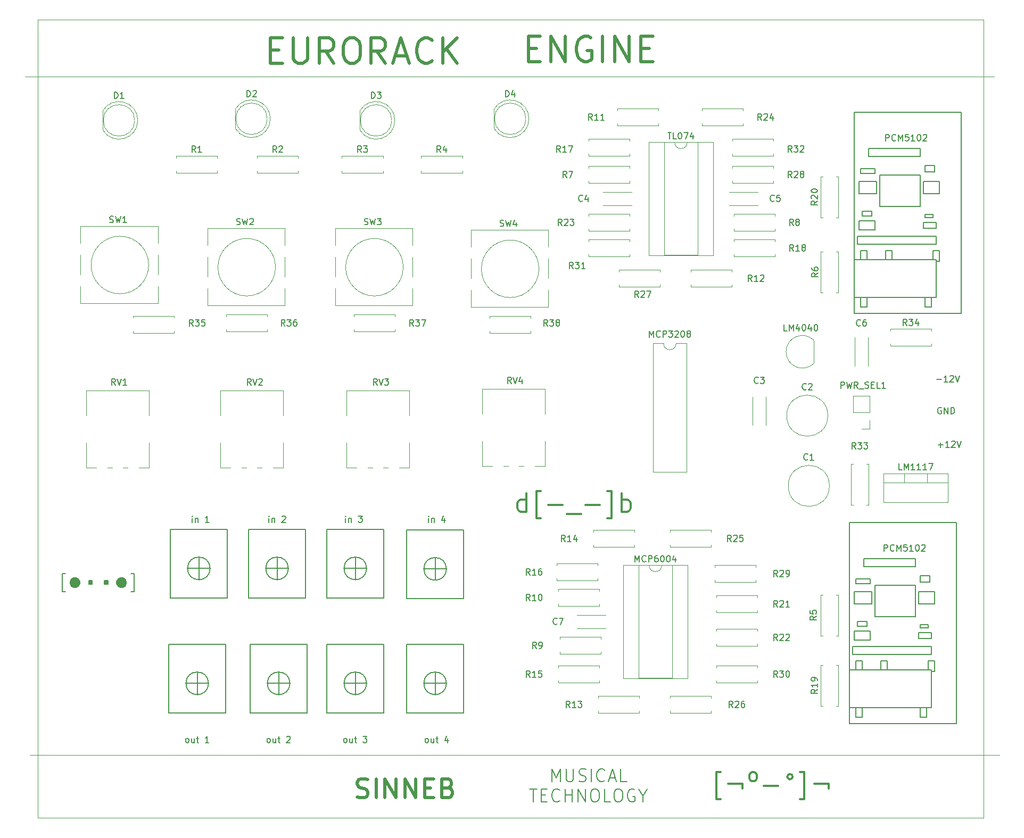
<source format=gbr>
G04 #@! TF.GenerationSoftware,KiCad,Pcbnew,(5.1.7)-1*
G04 #@! TF.CreationDate,2020-10-22T22:29:39+02:00*
G04 #@! TF.ProjectId,eurorack_engine,6575726f-7261-4636-9b5f-656e67696e65,rev?*
G04 #@! TF.SameCoordinates,Original*
G04 #@! TF.FileFunction,Legend,Top*
G04 #@! TF.FilePolarity,Positive*
%FSLAX46Y46*%
G04 Gerber Fmt 4.6, Leading zero omitted, Abs format (unit mm)*
G04 Created by KiCad (PCBNEW (5.1.7)-1) date 2020-10-22 22:29:39*
%MOMM*%
%LPD*%
G01*
G04 APERTURE LIST*
%ADD10C,0.150000*%
%ADD11C,0.300000*%
%ADD12C,0.200000*%
%ADD13C,0.500000*%
%ADD14C,0.120000*%
G04 #@! TA.AperFunction,Profile*
%ADD15C,0.050000*%
G04 #@! TD*
G04 APERTURE END LIST*
D10*
X143764095Y-61730000D02*
X143668857Y-61682380D01*
X143526000Y-61682380D01*
X143383142Y-61730000D01*
X143287904Y-61825238D01*
X143240285Y-61920476D01*
X143192666Y-62110952D01*
X143192666Y-62253809D01*
X143240285Y-62444285D01*
X143287904Y-62539523D01*
X143383142Y-62634761D01*
X143526000Y-62682380D01*
X143621238Y-62682380D01*
X143764095Y-62634761D01*
X143811714Y-62587142D01*
X143811714Y-62253809D01*
X143621238Y-62253809D01*
X144240285Y-62682380D02*
X144240285Y-61682380D01*
X144811714Y-62682380D01*
X144811714Y-61682380D01*
X145287904Y-62682380D02*
X145287904Y-61682380D01*
X145526000Y-61682380D01*
X145668857Y-61730000D01*
X145764095Y-61825238D01*
X145811714Y-61920476D01*
X145859333Y-62110952D01*
X145859333Y-62253809D01*
X145811714Y-62444285D01*
X145764095Y-62539523D01*
X145668857Y-62634761D01*
X145526000Y-62682380D01*
X145287904Y-62682380D01*
X143018095Y-57221428D02*
X143780000Y-57221428D01*
X144780000Y-57602380D02*
X144208571Y-57602380D01*
X144494285Y-57602380D02*
X144494285Y-56602380D01*
X144399047Y-56745238D01*
X144303809Y-56840476D01*
X144208571Y-56888095D01*
X145160952Y-56697619D02*
X145208571Y-56650000D01*
X145303809Y-56602380D01*
X145541904Y-56602380D01*
X145637142Y-56650000D01*
X145684761Y-56697619D01*
X145732380Y-56792857D01*
X145732380Y-56888095D01*
X145684761Y-57030952D01*
X145113333Y-57602380D01*
X145732380Y-57602380D01*
X146018095Y-56602380D02*
X146351428Y-57602380D01*
X146684761Y-56602380D01*
X143272095Y-67635428D02*
X144034000Y-67635428D01*
X143653047Y-68016380D02*
X143653047Y-67254476D01*
X145034000Y-68016380D02*
X144462571Y-68016380D01*
X144748285Y-68016380D02*
X144748285Y-67016380D01*
X144653047Y-67159238D01*
X144557809Y-67254476D01*
X144462571Y-67302095D01*
X145414952Y-67111619D02*
X145462571Y-67064000D01*
X145557809Y-67016380D01*
X145795904Y-67016380D01*
X145891142Y-67064000D01*
X145938761Y-67111619D01*
X145986380Y-67206857D01*
X145986380Y-67302095D01*
X145938761Y-67444952D01*
X145367333Y-68016380D01*
X145986380Y-68016380D01*
X146272095Y-67016380D02*
X146605428Y-68016380D01*
X146938761Y-67016380D01*
D11*
X77772571Y-78319142D02*
X77772571Y-75319142D01*
X77772571Y-78176285D02*
X77486857Y-78319142D01*
X76915428Y-78319142D01*
X76629714Y-78176285D01*
X76486857Y-78033428D01*
X76344000Y-77747714D01*
X76344000Y-76890571D01*
X76486857Y-76604857D01*
X76629714Y-76462000D01*
X76915428Y-76319142D01*
X77486857Y-76319142D01*
X77772571Y-76462000D01*
X80058285Y-79319142D02*
X79344000Y-79319142D01*
X79344000Y-75033428D01*
X80058285Y-75033428D01*
X81201142Y-77176285D02*
X83486857Y-77176285D01*
X84201142Y-78604857D02*
X86486857Y-78604857D01*
X87201142Y-77176285D02*
X89486857Y-77176285D01*
X90629714Y-79319142D02*
X91344000Y-79319142D01*
X91344000Y-75033428D01*
X90629714Y-75033428D01*
X92915428Y-78319142D02*
X92915428Y-75319142D01*
X92915428Y-76462000D02*
X93201142Y-76319142D01*
X93772571Y-76319142D01*
X94058285Y-76462000D01*
X94201142Y-76604857D01*
X94344000Y-76890571D01*
X94344000Y-77747714D01*
X94201142Y-78033428D01*
X94058285Y-78176285D01*
X93772571Y-78319142D01*
X93201142Y-78319142D01*
X92915428Y-78176285D01*
D12*
X4413904Y-90979428D02*
X3937714Y-90979428D01*
X3937714Y-88122285D01*
X4413904Y-88122285D01*
X5271047Y-89169904D02*
X5271047Y-89931809D01*
X5366285Y-90027047D02*
X5747238Y-90312761D01*
X5366285Y-89074666D02*
X5747238Y-88788952D01*
X5366285Y-88979428D02*
X5366285Y-90122285D01*
X5461523Y-90122285D02*
X5461523Y-88979428D01*
X5556761Y-88884190D02*
X5556761Y-90217523D01*
X5651999Y-90217523D02*
X5651999Y-88884190D01*
X5747238Y-88788952D02*
X5747238Y-90312761D01*
X5842476Y-90312761D02*
X5842476Y-88788952D01*
X5937714Y-88788952D02*
X5937714Y-90312761D01*
X6032952Y-90312761D02*
X6032952Y-88788952D01*
X6128190Y-90312761D02*
X6509142Y-90027047D01*
X6128190Y-88788952D02*
X6128190Y-90312761D01*
X6128190Y-88788952D02*
X6509142Y-89074666D01*
X6223428Y-90217523D02*
X6223428Y-88884190D01*
X6318666Y-88884190D02*
X6318666Y-90217523D01*
X6413904Y-90122285D02*
X6413904Y-88979428D01*
X6509142Y-88979428D02*
X6509142Y-90122285D01*
X6604380Y-89931809D02*
X6604380Y-89169904D01*
X5747238Y-88788952D02*
X6128190Y-88788952D01*
X6509142Y-88979428D01*
X6699619Y-89360380D01*
X6699619Y-89741333D01*
X6509142Y-90122285D01*
X6128190Y-90312761D01*
X5747238Y-90312761D01*
X5366285Y-90122285D01*
X5175809Y-89741333D01*
X5175809Y-89360380D01*
X5366285Y-88979428D01*
X5747238Y-88788952D01*
X8223428Y-89265142D02*
X8223428Y-89836571D01*
X8318666Y-89836571D02*
X8318666Y-89265142D01*
X8413904Y-89265142D02*
X8413904Y-89836571D01*
X8509142Y-89836571D02*
X8509142Y-89265142D01*
X8604380Y-89265142D02*
X8604380Y-89836571D01*
X8128190Y-89836571D02*
X8128190Y-89265142D01*
X8699619Y-89265142D01*
X8699619Y-89836571D01*
X8128190Y-89836571D01*
X10699619Y-89265142D02*
X10699619Y-89836571D01*
X10794857Y-89836571D02*
X10794857Y-89265142D01*
X10890095Y-89265142D02*
X10890095Y-89836571D01*
X10985333Y-89836571D02*
X10985333Y-89265142D01*
X11080571Y-89265142D02*
X11080571Y-89836571D01*
X10604380Y-89836571D02*
X10604380Y-89265142D01*
X11175809Y-89265142D01*
X11175809Y-89836571D01*
X10604380Y-89836571D01*
X12699619Y-89169904D02*
X12699619Y-89931809D01*
X12794857Y-90027047D02*
X13175809Y-90312761D01*
X12794857Y-89074666D02*
X13175809Y-88788952D01*
X12794857Y-88979428D02*
X12794857Y-90122285D01*
X12890095Y-90122285D02*
X12890095Y-88979428D01*
X12985333Y-88884190D02*
X12985333Y-90217523D01*
X13080571Y-90217523D02*
X13080571Y-88884190D01*
X13175809Y-88788952D02*
X13175809Y-90312761D01*
X13271047Y-90312761D02*
X13271047Y-88788952D01*
X13366285Y-88788952D02*
X13366285Y-90312761D01*
X13461523Y-90312761D02*
X13461523Y-88788952D01*
X13556761Y-90312761D02*
X13937714Y-90027047D01*
X13556761Y-88788952D02*
X13556761Y-90312761D01*
X13556761Y-88788952D02*
X13937714Y-89074666D01*
X13652000Y-90217523D02*
X13652000Y-88884190D01*
X13747238Y-88884190D02*
X13747238Y-90217523D01*
X13842476Y-90122285D02*
X13842476Y-88979428D01*
X13937714Y-88979428D02*
X13937714Y-90122285D01*
X14032952Y-89931809D02*
X14032952Y-89169904D01*
X13175809Y-88788952D02*
X13556761Y-88788952D01*
X13937714Y-88979428D01*
X14128190Y-89360380D01*
X14128190Y-89741333D01*
X13937714Y-90122285D01*
X13556761Y-90312761D01*
X13175809Y-90312761D01*
X12794857Y-90122285D01*
X12604380Y-89741333D01*
X12604380Y-89360380D01*
X12794857Y-88979428D01*
X13175809Y-88788952D01*
X14890095Y-90979428D02*
X15366285Y-90979428D01*
X15366285Y-88122285D01*
X14890095Y-88122285D01*
D11*
X108697142Y-124023142D02*
X107982857Y-124023142D01*
X107982857Y-119737428D01*
X108697142Y-119737428D01*
X109840000Y-121594571D02*
X112125714Y-121594571D01*
X112125714Y-122308857D01*
X113697142Y-121166000D02*
X113411428Y-121023142D01*
X113268571Y-120737428D01*
X113268571Y-120166000D01*
X113411428Y-119880285D01*
X113697142Y-119737428D01*
X113982857Y-119737428D01*
X114268571Y-119880285D01*
X114411428Y-120166000D01*
X114411428Y-120737428D01*
X114268571Y-121023142D01*
X113982857Y-121166000D01*
X113697142Y-121166000D01*
X115554285Y-121880285D02*
X117840000Y-121880285D01*
X119697142Y-120023142D02*
X119411428Y-120166000D01*
X119268571Y-120451714D01*
X119411428Y-120737428D01*
X119697142Y-120880285D01*
X119982857Y-120737428D01*
X120125714Y-120451714D01*
X119982857Y-120166000D01*
X119697142Y-120023142D01*
X121268571Y-124023142D02*
X121982857Y-124023142D01*
X121982857Y-119737428D01*
X121268571Y-119737428D01*
X123554285Y-121594571D02*
X125840000Y-121594571D01*
X125840000Y-122308857D01*
D12*
X81820476Y-121224761D02*
X81820476Y-119224761D01*
X82487142Y-120653333D01*
X83153809Y-119224761D01*
X83153809Y-121224761D01*
X84106190Y-119224761D02*
X84106190Y-120843809D01*
X84201428Y-121034285D01*
X84296666Y-121129523D01*
X84487142Y-121224761D01*
X84868095Y-121224761D01*
X85058571Y-121129523D01*
X85153809Y-121034285D01*
X85249047Y-120843809D01*
X85249047Y-119224761D01*
X86106190Y-121129523D02*
X86391904Y-121224761D01*
X86868095Y-121224761D01*
X87058571Y-121129523D01*
X87153809Y-121034285D01*
X87249047Y-120843809D01*
X87249047Y-120653333D01*
X87153809Y-120462857D01*
X87058571Y-120367619D01*
X86868095Y-120272380D01*
X86487142Y-120177142D01*
X86296666Y-120081904D01*
X86201428Y-119986666D01*
X86106190Y-119796190D01*
X86106190Y-119605714D01*
X86201428Y-119415238D01*
X86296666Y-119320000D01*
X86487142Y-119224761D01*
X86963333Y-119224761D01*
X87249047Y-119320000D01*
X88106190Y-121224761D02*
X88106190Y-119224761D01*
X90201428Y-121034285D02*
X90106190Y-121129523D01*
X89820476Y-121224761D01*
X89630000Y-121224761D01*
X89344285Y-121129523D01*
X89153809Y-120939047D01*
X89058571Y-120748571D01*
X88963333Y-120367619D01*
X88963333Y-120081904D01*
X89058571Y-119700952D01*
X89153809Y-119510476D01*
X89344285Y-119320000D01*
X89630000Y-119224761D01*
X89820476Y-119224761D01*
X90106190Y-119320000D01*
X90201428Y-119415238D01*
X90963333Y-120653333D02*
X91915714Y-120653333D01*
X90772857Y-121224761D02*
X91439523Y-119224761D01*
X92106190Y-121224761D01*
X93725238Y-121224761D02*
X92772857Y-121224761D01*
X92772857Y-119224761D01*
X78296666Y-122424761D02*
X79439523Y-122424761D01*
X78868095Y-124424761D02*
X78868095Y-122424761D01*
X80106190Y-123377142D02*
X80772857Y-123377142D01*
X81058571Y-124424761D02*
X80106190Y-124424761D01*
X80106190Y-122424761D01*
X81058571Y-122424761D01*
X83058571Y-124234285D02*
X82963333Y-124329523D01*
X82677619Y-124424761D01*
X82487142Y-124424761D01*
X82201428Y-124329523D01*
X82010952Y-124139047D01*
X81915714Y-123948571D01*
X81820476Y-123567619D01*
X81820476Y-123281904D01*
X81915714Y-122900952D01*
X82010952Y-122710476D01*
X82201428Y-122520000D01*
X82487142Y-122424761D01*
X82677619Y-122424761D01*
X82963333Y-122520000D01*
X83058571Y-122615238D01*
X83915714Y-124424761D02*
X83915714Y-122424761D01*
X83915714Y-123377142D02*
X85058571Y-123377142D01*
X85058571Y-124424761D02*
X85058571Y-122424761D01*
X86010952Y-124424761D02*
X86010952Y-122424761D01*
X87153809Y-124424761D01*
X87153809Y-122424761D01*
X88487142Y-122424761D02*
X88868095Y-122424761D01*
X89058571Y-122520000D01*
X89249047Y-122710476D01*
X89344285Y-123091428D01*
X89344285Y-123758095D01*
X89249047Y-124139047D01*
X89058571Y-124329523D01*
X88868095Y-124424761D01*
X88487142Y-124424761D01*
X88296666Y-124329523D01*
X88106190Y-124139047D01*
X88010952Y-123758095D01*
X88010952Y-123091428D01*
X88106190Y-122710476D01*
X88296666Y-122520000D01*
X88487142Y-122424761D01*
X91153809Y-124424761D02*
X90201428Y-124424761D01*
X90201428Y-122424761D01*
X92201428Y-122424761D02*
X92582380Y-122424761D01*
X92772857Y-122520000D01*
X92963333Y-122710476D01*
X93058571Y-123091428D01*
X93058571Y-123758095D01*
X92963333Y-124139047D01*
X92772857Y-124329523D01*
X92582380Y-124424761D01*
X92201428Y-124424761D01*
X92010952Y-124329523D01*
X91820476Y-124139047D01*
X91725238Y-123758095D01*
X91725238Y-123091428D01*
X91820476Y-122710476D01*
X92010952Y-122520000D01*
X92201428Y-122424761D01*
X94963333Y-122520000D02*
X94772857Y-122424761D01*
X94487142Y-122424761D01*
X94201428Y-122520000D01*
X94010952Y-122710476D01*
X93915714Y-122900952D01*
X93820476Y-123281904D01*
X93820476Y-123567619D01*
X93915714Y-123948571D01*
X94010952Y-124139047D01*
X94201428Y-124329523D01*
X94487142Y-124424761D01*
X94677619Y-124424761D01*
X94963333Y-124329523D01*
X95058571Y-124234285D01*
X95058571Y-123567619D01*
X94677619Y-123567619D01*
X96296666Y-123472380D02*
X96296666Y-124424761D01*
X95630000Y-122424761D02*
X96296666Y-123472380D01*
X96963333Y-122424761D01*
D13*
X50848571Y-123642285D02*
X51277142Y-123785142D01*
X51991428Y-123785142D01*
X52277142Y-123642285D01*
X52420000Y-123499428D01*
X52562857Y-123213714D01*
X52562857Y-122928000D01*
X52420000Y-122642285D01*
X52277142Y-122499428D01*
X51991428Y-122356571D01*
X51420000Y-122213714D01*
X51134285Y-122070857D01*
X50991428Y-121928000D01*
X50848571Y-121642285D01*
X50848571Y-121356571D01*
X50991428Y-121070857D01*
X51134285Y-120928000D01*
X51420000Y-120785142D01*
X52134285Y-120785142D01*
X52562857Y-120928000D01*
X53848571Y-123785142D02*
X53848571Y-120785142D01*
X55277142Y-123785142D02*
X55277142Y-120785142D01*
X56991428Y-123785142D01*
X56991428Y-120785142D01*
X58420000Y-123785142D02*
X58420000Y-120785142D01*
X60134285Y-123785142D01*
X60134285Y-120785142D01*
X61562857Y-122213714D02*
X62562857Y-122213714D01*
X62991428Y-123785142D02*
X61562857Y-123785142D01*
X61562857Y-120785142D01*
X62991428Y-120785142D01*
X65277142Y-122213714D02*
X65705714Y-122356571D01*
X65848571Y-122499428D01*
X65991428Y-122785142D01*
X65991428Y-123213714D01*
X65848571Y-123499428D01*
X65705714Y-123642285D01*
X65420000Y-123785142D01*
X64277142Y-123785142D01*
X64277142Y-120785142D01*
X65277142Y-120785142D01*
X65562857Y-120928000D01*
X65705714Y-121070857D01*
X65848571Y-121356571D01*
X65848571Y-121642285D01*
X65705714Y-121928000D01*
X65562857Y-122070857D01*
X65277142Y-122213714D01*
X64277142Y-122213714D01*
X78074476Y-4540285D02*
X79407809Y-4540285D01*
X79979238Y-6635523D02*
X78074476Y-6635523D01*
X78074476Y-2635523D01*
X79979238Y-2635523D01*
X81693523Y-6635523D02*
X81693523Y-2635523D01*
X83979238Y-6635523D01*
X83979238Y-2635523D01*
X87979238Y-2826000D02*
X87598285Y-2635523D01*
X87026857Y-2635523D01*
X86455428Y-2826000D01*
X86074476Y-3206952D01*
X85884000Y-3587904D01*
X85693523Y-4349809D01*
X85693523Y-4921238D01*
X85884000Y-5683142D01*
X86074476Y-6064095D01*
X86455428Y-6445047D01*
X87026857Y-6635523D01*
X87407809Y-6635523D01*
X87979238Y-6445047D01*
X88169714Y-6254571D01*
X88169714Y-4921238D01*
X87407809Y-4921238D01*
X89884000Y-6635523D02*
X89884000Y-2635523D01*
X91788761Y-6635523D02*
X91788761Y-2635523D01*
X94074476Y-6635523D01*
X94074476Y-2635523D01*
X95979238Y-4540285D02*
X97312571Y-4540285D01*
X97884000Y-6635523D02*
X95979238Y-6635523D01*
X95979238Y-2635523D01*
X97884000Y-2635523D01*
X37054095Y-4794285D02*
X38387428Y-4794285D01*
X38958857Y-6889523D02*
X37054095Y-6889523D01*
X37054095Y-2889523D01*
X38958857Y-2889523D01*
X40673142Y-2889523D02*
X40673142Y-6127619D01*
X40863619Y-6508571D01*
X41054095Y-6699047D01*
X41435047Y-6889523D01*
X42196952Y-6889523D01*
X42577904Y-6699047D01*
X42768380Y-6508571D01*
X42958857Y-6127619D01*
X42958857Y-2889523D01*
X47149333Y-6889523D02*
X45816000Y-4984761D01*
X44863619Y-6889523D02*
X44863619Y-2889523D01*
X46387428Y-2889523D01*
X46768380Y-3080000D01*
X46958857Y-3270476D01*
X47149333Y-3651428D01*
X47149333Y-4222857D01*
X46958857Y-4603809D01*
X46768380Y-4794285D01*
X46387428Y-4984761D01*
X44863619Y-4984761D01*
X49625523Y-2889523D02*
X50387428Y-2889523D01*
X50768380Y-3080000D01*
X51149333Y-3460952D01*
X51339809Y-4222857D01*
X51339809Y-5556190D01*
X51149333Y-6318095D01*
X50768380Y-6699047D01*
X50387428Y-6889523D01*
X49625523Y-6889523D01*
X49244571Y-6699047D01*
X48863619Y-6318095D01*
X48673142Y-5556190D01*
X48673142Y-4222857D01*
X48863619Y-3460952D01*
X49244571Y-3080000D01*
X49625523Y-2889523D01*
X55339809Y-6889523D02*
X54006476Y-4984761D01*
X53054095Y-6889523D02*
X53054095Y-2889523D01*
X54577904Y-2889523D01*
X54958857Y-3080000D01*
X55149333Y-3270476D01*
X55339809Y-3651428D01*
X55339809Y-4222857D01*
X55149333Y-4603809D01*
X54958857Y-4794285D01*
X54577904Y-4984761D01*
X53054095Y-4984761D01*
X56863619Y-5746666D02*
X58768380Y-5746666D01*
X56482666Y-6889523D02*
X57816000Y-2889523D01*
X59149333Y-6889523D01*
X62768380Y-6508571D02*
X62577904Y-6699047D01*
X62006476Y-6889523D01*
X61625523Y-6889523D01*
X61054095Y-6699047D01*
X60673142Y-6318095D01*
X60482666Y-5937142D01*
X60292190Y-5175238D01*
X60292190Y-4603809D01*
X60482666Y-3841904D01*
X60673142Y-3460952D01*
X61054095Y-3080000D01*
X61625523Y-2889523D01*
X62006476Y-2889523D01*
X62577904Y-3080000D01*
X62768380Y-3270476D01*
X64482666Y-6889523D02*
X64482666Y-2889523D01*
X66768380Y-6889523D02*
X65054095Y-4603809D01*
X66768380Y-2889523D02*
X64482666Y-5175238D01*
D14*
X-1270000Y-116967000D02*
X153035000Y-116967000D01*
X-2032000Y-9080500D02*
X152209500Y-9080500D01*
D15*
X0Y-127000000D02*
X0Y0D01*
X150500000Y-127000000D02*
X0Y-127000000D01*
X150500000Y0D02*
X150500000Y-127000000D01*
X0Y0D02*
X150500000Y0D01*
D14*
X123516000Y-54632000D02*
X123516000Y-51032000D01*
X123504478Y-50993522D02*
G75*
G03*
X119066000Y-52832000I-1838478J-1838478D01*
G01*
X123504478Y-54670478D02*
G75*
G02*
X119066000Y-52832000I-1838478J1838478D01*
G01*
X141551000Y-72168000D02*
X141551000Y-73678000D01*
X137850000Y-72168000D02*
X137850000Y-73678000D01*
X134580000Y-73678000D02*
X144820000Y-73678000D01*
X144820000Y-72168000D02*
X144820000Y-76809000D01*
X134580000Y-72168000D02*
X134580000Y-76809000D01*
X134580000Y-76809000D02*
X144820000Y-76809000D01*
X134580000Y-72168000D02*
X144820000Y-72168000D01*
X103438000Y-86748000D02*
X93158000Y-86748000D01*
X103438000Y-104768000D02*
X103438000Y-86748000D01*
X93158000Y-104768000D02*
X103438000Y-104768000D01*
X93158000Y-86748000D02*
X93158000Y-104768000D01*
X100948000Y-86808000D02*
X99298000Y-86808000D01*
X100948000Y-104708000D02*
X100948000Y-86808000D01*
X95648000Y-104708000D02*
X100948000Y-104708000D01*
X95648000Y-86808000D02*
X95648000Y-104708000D01*
X97298000Y-86808000D02*
X95648000Y-86808000D01*
X99298000Y-86808000D02*
G75*
G02*
X97298000Y-86808000I-1000000J0D01*
G01*
X107502000Y-19438000D02*
X97222000Y-19438000D01*
X107502000Y-37458000D02*
X107502000Y-19438000D01*
X97222000Y-37458000D02*
X107502000Y-37458000D01*
X97222000Y-19438000D02*
X97222000Y-37458000D01*
X105012000Y-19498000D02*
X103362000Y-19498000D01*
X105012000Y-37398000D02*
X105012000Y-19498000D01*
X99712000Y-37398000D02*
X105012000Y-37398000D01*
X99712000Y-19498000D02*
X99712000Y-37398000D01*
X101362000Y-19498000D02*
X99712000Y-19498000D01*
X103362000Y-19498000D02*
G75*
G02*
X101362000Y-19498000I-1000000J0D01*
G01*
X103234000Y-51502000D02*
X101584000Y-51502000D01*
X103234000Y-71942000D02*
X103234000Y-51502000D01*
X97934000Y-71942000D02*
X103234000Y-71942000D01*
X97934000Y-51502000D02*
X97934000Y-71942000D01*
X99584000Y-51502000D02*
X97934000Y-51502000D01*
X101584000Y-51502000D02*
G75*
G02*
X99584000Y-51502000I-1000000J0D01*
G01*
X70711000Y-58762000D02*
X80752000Y-58762000D01*
X79102000Y-71002000D02*
X80752000Y-71002000D01*
X76603000Y-71002000D02*
X77362000Y-71002000D01*
X74103000Y-71002000D02*
X74862000Y-71002000D01*
X70711000Y-71002000D02*
X72361000Y-71002000D01*
X80752000Y-62698000D02*
X80752000Y-58762000D01*
X80752000Y-71002000D02*
X80752000Y-67065000D01*
X70711000Y-62698000D02*
X70711000Y-58762000D01*
X70711000Y-71002000D02*
X70711000Y-67065000D01*
X49121000Y-59016000D02*
X59162000Y-59016000D01*
X57512000Y-71256000D02*
X59162000Y-71256000D01*
X55013000Y-71256000D02*
X55772000Y-71256000D01*
X52513000Y-71256000D02*
X53272000Y-71256000D01*
X49121000Y-71256000D02*
X50771000Y-71256000D01*
X59162000Y-62952000D02*
X59162000Y-59016000D01*
X59162000Y-71256000D02*
X59162000Y-67319000D01*
X49121000Y-62952000D02*
X49121000Y-59016000D01*
X49121000Y-71256000D02*
X49121000Y-67319000D01*
X29055000Y-59016000D02*
X39096000Y-59016000D01*
X37446000Y-71256000D02*
X39096000Y-71256000D01*
X34947000Y-71256000D02*
X35706000Y-71256000D01*
X32447000Y-71256000D02*
X33206000Y-71256000D01*
X29055000Y-71256000D02*
X30705000Y-71256000D01*
X39096000Y-62952000D02*
X39096000Y-59016000D01*
X39096000Y-71256000D02*
X39096000Y-67319000D01*
X29055000Y-62952000D02*
X29055000Y-59016000D01*
X29055000Y-71256000D02*
X29055000Y-67319000D01*
X7719000Y-59016000D02*
X17760000Y-59016000D01*
X16110000Y-71256000D02*
X17760000Y-71256000D01*
X13611000Y-71256000D02*
X14370000Y-71256000D01*
X11111000Y-71256000D02*
X11870000Y-71256000D01*
X7719000Y-71256000D02*
X9369000Y-71256000D01*
X17760000Y-62952000D02*
X17760000Y-59016000D01*
X17760000Y-71256000D02*
X17760000Y-67319000D01*
X7719000Y-62952000D02*
X7719000Y-59016000D01*
X7719000Y-71256000D02*
X7719000Y-67319000D01*
X142208000Y-51916000D02*
X142208000Y-51586000D01*
X135668000Y-51916000D02*
X142208000Y-51916000D01*
X135668000Y-51586000D02*
X135668000Y-51916000D01*
X142208000Y-49176000D02*
X142208000Y-49506000D01*
X135668000Y-49176000D02*
X142208000Y-49176000D01*
X135668000Y-49506000D02*
X135668000Y-49176000D01*
X129440000Y-77184000D02*
X129770000Y-77184000D01*
X129440000Y-70644000D02*
X129440000Y-77184000D01*
X129770000Y-70644000D02*
X129440000Y-70644000D01*
X132180000Y-77184000D02*
X131850000Y-77184000D01*
X132180000Y-70644000D02*
X132180000Y-77184000D01*
X131850000Y-70644000D02*
X132180000Y-70644000D01*
X117062000Y-21690000D02*
X117062000Y-21360000D01*
X110522000Y-21690000D02*
X117062000Y-21690000D01*
X110522000Y-21360000D02*
X110522000Y-21690000D01*
X117062000Y-18950000D02*
X117062000Y-19280000D01*
X110522000Y-18950000D02*
X117062000Y-18950000D01*
X110522000Y-19280000D02*
X110522000Y-18950000D01*
X87662000Y-34952000D02*
X87662000Y-35282000D01*
X94202000Y-34952000D02*
X87662000Y-34952000D01*
X94202000Y-35282000D02*
X94202000Y-34952000D01*
X87662000Y-37692000D02*
X87662000Y-37362000D01*
X94202000Y-37692000D02*
X87662000Y-37692000D01*
X94202000Y-37362000D02*
X94202000Y-37692000D01*
X114522000Y-105510000D02*
X114522000Y-105180000D01*
X107982000Y-105510000D02*
X114522000Y-105510000D01*
X107982000Y-105180000D02*
X107982000Y-105510000D01*
X114522000Y-102770000D02*
X114522000Y-103100000D01*
X107982000Y-102770000D02*
X114522000Y-102770000D01*
X107982000Y-103100000D02*
X107982000Y-102770000D01*
X114268000Y-89508000D02*
X114268000Y-89178000D01*
X107728000Y-89508000D02*
X114268000Y-89508000D01*
X107728000Y-89178000D02*
X107728000Y-89508000D01*
X114268000Y-86768000D02*
X114268000Y-87098000D01*
X107728000Y-86768000D02*
X114268000Y-86768000D01*
X107728000Y-87098000D02*
X107728000Y-86768000D01*
X117062000Y-26008000D02*
X117062000Y-25678000D01*
X110522000Y-26008000D02*
X117062000Y-26008000D01*
X110522000Y-25678000D02*
X110522000Y-26008000D01*
X117062000Y-23268000D02*
X117062000Y-23598000D01*
X110522000Y-23268000D02*
X117062000Y-23268000D01*
X110522000Y-23598000D02*
X110522000Y-23268000D01*
X99028000Y-42518000D02*
X99028000Y-42188000D01*
X92488000Y-42518000D02*
X99028000Y-42518000D01*
X92488000Y-42188000D02*
X92488000Y-42518000D01*
X99028000Y-39778000D02*
X99028000Y-40108000D01*
X92488000Y-39778000D02*
X99028000Y-39778000D01*
X92488000Y-40108000D02*
X92488000Y-39778000D01*
X100616000Y-107596000D02*
X100616000Y-107926000D01*
X107156000Y-107596000D02*
X100616000Y-107596000D01*
X107156000Y-107926000D02*
X107156000Y-107596000D01*
X100616000Y-110336000D02*
X100616000Y-110006000D01*
X107156000Y-110336000D02*
X100616000Y-110336000D01*
X107156000Y-110006000D02*
X107156000Y-110336000D01*
X100616000Y-81180000D02*
X100616000Y-81510000D01*
X107156000Y-81180000D02*
X100616000Y-81180000D01*
X107156000Y-81510000D02*
X107156000Y-81180000D01*
X100616000Y-83920000D02*
X100616000Y-83590000D01*
X107156000Y-83920000D02*
X100616000Y-83920000D01*
X107156000Y-83590000D02*
X107156000Y-83920000D01*
X112236000Y-16864000D02*
X112236000Y-16534000D01*
X105696000Y-16864000D02*
X112236000Y-16864000D01*
X105696000Y-16534000D02*
X105696000Y-16864000D01*
X112236000Y-14124000D02*
X112236000Y-14454000D01*
X105696000Y-14124000D02*
X112236000Y-14124000D01*
X105696000Y-14454000D02*
X105696000Y-14124000D01*
X87662000Y-30888000D02*
X87662000Y-31218000D01*
X94202000Y-30888000D02*
X87662000Y-30888000D01*
X94202000Y-31218000D02*
X94202000Y-30888000D01*
X87662000Y-33628000D02*
X87662000Y-33298000D01*
X94202000Y-33628000D02*
X87662000Y-33628000D01*
X94202000Y-33298000D02*
X94202000Y-33628000D01*
X107982000Y-96928000D02*
X107982000Y-97258000D01*
X114522000Y-96928000D02*
X107982000Y-96928000D01*
X114522000Y-97258000D02*
X114522000Y-96928000D01*
X107982000Y-99668000D02*
X107982000Y-99338000D01*
X114522000Y-99668000D02*
X107982000Y-99668000D01*
X114522000Y-99338000D02*
X114522000Y-99668000D01*
X107982000Y-91594000D02*
X107982000Y-91924000D01*
X114522000Y-91594000D02*
X107982000Y-91594000D01*
X114522000Y-91924000D02*
X114522000Y-91594000D01*
X107982000Y-94334000D02*
X107982000Y-94004000D01*
X114522000Y-94334000D02*
X107982000Y-94334000D01*
X114522000Y-94004000D02*
X114522000Y-94334000D01*
X127354000Y-24924000D02*
X127024000Y-24924000D01*
X127354000Y-31464000D02*
X127354000Y-24924000D01*
X127024000Y-31464000D02*
X127354000Y-31464000D01*
X124614000Y-24924000D02*
X124944000Y-24924000D01*
X124614000Y-31464000D02*
X124614000Y-24924000D01*
X124944000Y-31464000D02*
X124614000Y-31464000D01*
X127354000Y-102648000D02*
X127024000Y-102648000D01*
X127354000Y-109188000D02*
X127354000Y-102648000D01*
X127024000Y-109188000D02*
X127354000Y-109188000D01*
X124614000Y-102648000D02*
X124944000Y-102648000D01*
X124614000Y-109188000D02*
X124614000Y-102648000D01*
X124944000Y-109188000D02*
X124614000Y-109188000D01*
X117316000Y-37692000D02*
X117316000Y-37362000D01*
X110776000Y-37692000D02*
X117316000Y-37692000D01*
X110776000Y-37362000D02*
X110776000Y-37692000D01*
X117316000Y-34952000D02*
X117316000Y-35282000D01*
X110776000Y-34952000D02*
X117316000Y-34952000D01*
X110776000Y-35282000D02*
X110776000Y-34952000D01*
X87662000Y-18950000D02*
X87662000Y-19280000D01*
X94202000Y-18950000D02*
X87662000Y-18950000D01*
X94202000Y-19280000D02*
X94202000Y-18950000D01*
X87662000Y-21690000D02*
X87662000Y-21360000D01*
X94202000Y-21690000D02*
X87662000Y-21690000D01*
X94202000Y-21360000D02*
X94202000Y-21690000D01*
X89122000Y-89254000D02*
X89122000Y-88924000D01*
X82582000Y-89254000D02*
X89122000Y-89254000D01*
X82582000Y-88924000D02*
X82582000Y-89254000D01*
X89122000Y-86514000D02*
X89122000Y-86844000D01*
X82582000Y-86514000D02*
X89122000Y-86514000D01*
X82582000Y-86844000D02*
X82582000Y-86514000D01*
X89376000Y-105510000D02*
X89376000Y-105180000D01*
X82836000Y-105510000D02*
X89376000Y-105510000D01*
X82836000Y-105180000D02*
X82836000Y-105510000D01*
X89376000Y-102770000D02*
X89376000Y-103100000D01*
X82836000Y-102770000D02*
X89376000Y-102770000D01*
X82836000Y-103100000D02*
X82836000Y-102770000D01*
X94964000Y-83920000D02*
X94964000Y-83590000D01*
X88424000Y-83920000D02*
X94964000Y-83920000D01*
X88424000Y-83590000D02*
X88424000Y-83920000D01*
X94964000Y-81180000D02*
X94964000Y-81510000D01*
X88424000Y-81180000D02*
X94964000Y-81180000D01*
X88424000Y-81510000D02*
X88424000Y-81180000D01*
X95726000Y-110336000D02*
X95726000Y-110006000D01*
X89186000Y-110336000D02*
X95726000Y-110336000D01*
X89186000Y-110006000D02*
X89186000Y-110336000D01*
X95726000Y-107596000D02*
X95726000Y-107926000D01*
X89186000Y-107596000D02*
X95726000Y-107596000D01*
X89186000Y-107926000D02*
X89186000Y-107596000D01*
X110458000Y-42518000D02*
X110458000Y-42188000D01*
X103918000Y-42518000D02*
X110458000Y-42518000D01*
X103918000Y-42188000D02*
X103918000Y-42518000D01*
X110458000Y-39778000D02*
X110458000Y-40108000D01*
X103918000Y-39778000D02*
X110458000Y-39778000D01*
X103918000Y-40108000D02*
X103918000Y-39778000D01*
X98774000Y-16864000D02*
X98774000Y-16534000D01*
X92234000Y-16864000D02*
X98774000Y-16864000D01*
X92234000Y-16534000D02*
X92234000Y-16864000D01*
X98774000Y-14124000D02*
X98774000Y-14454000D01*
X92234000Y-14124000D02*
X98774000Y-14124000D01*
X92234000Y-14454000D02*
X92234000Y-14124000D01*
X89376000Y-93318000D02*
X89376000Y-92988000D01*
X82836000Y-93318000D02*
X89376000Y-93318000D01*
X82836000Y-92988000D02*
X82836000Y-93318000D01*
X89376000Y-90578000D02*
X89376000Y-90908000D01*
X82836000Y-90578000D02*
X89376000Y-90578000D01*
X82836000Y-90908000D02*
X82836000Y-90578000D01*
X89630000Y-100938000D02*
X89630000Y-100608000D01*
X83090000Y-100938000D02*
X89630000Y-100938000D01*
X83090000Y-100608000D02*
X83090000Y-100938000D01*
X89630000Y-98198000D02*
X89630000Y-98528000D01*
X83090000Y-98198000D02*
X89630000Y-98198000D01*
X83090000Y-98528000D02*
X83090000Y-98198000D01*
X117316000Y-33628000D02*
X117316000Y-33298000D01*
X110776000Y-33628000D02*
X117316000Y-33628000D01*
X110776000Y-33298000D02*
X110776000Y-33628000D01*
X117316000Y-30888000D02*
X117316000Y-31218000D01*
X110776000Y-30888000D02*
X117316000Y-30888000D01*
X110776000Y-31218000D02*
X110776000Y-30888000D01*
X87662000Y-23268000D02*
X87662000Y-23598000D01*
X94202000Y-23268000D02*
X87662000Y-23268000D01*
X94202000Y-23598000D02*
X94202000Y-23268000D01*
X87662000Y-26008000D02*
X87662000Y-25678000D01*
X94202000Y-26008000D02*
X87662000Y-26008000D01*
X94202000Y-25678000D02*
X94202000Y-26008000D01*
X124614000Y-43402000D02*
X124944000Y-43402000D01*
X124614000Y-36862000D02*
X124614000Y-43402000D01*
X124944000Y-36862000D02*
X124614000Y-36862000D01*
X127354000Y-43402000D02*
X127024000Y-43402000D01*
X127354000Y-36862000D02*
X127354000Y-43402000D01*
X127024000Y-36862000D02*
X127354000Y-36862000D01*
X124614000Y-98012000D02*
X124944000Y-98012000D01*
X124614000Y-91472000D02*
X124614000Y-98012000D01*
X124944000Y-91472000D02*
X124614000Y-91472000D01*
X127354000Y-98012000D02*
X127024000Y-98012000D01*
X127354000Y-91472000D02*
X127354000Y-98012000D01*
X127024000Y-91472000D02*
X127354000Y-91472000D01*
X132394000Y-65084000D02*
X131064000Y-65084000D01*
X132394000Y-63754000D02*
X132394000Y-65084000D01*
X132394000Y-62484000D02*
X129734000Y-62484000D01*
X129734000Y-62484000D02*
X129734000Y-59884000D01*
X132394000Y-62484000D02*
X132394000Y-59884000D01*
X132394000Y-59884000D02*
X129734000Y-59884000D01*
D10*
X58746000Y-99386000D02*
X67746000Y-99386000D01*
X58746000Y-110286000D02*
X67746000Y-110286000D01*
X58746000Y-99386000D02*
X58746000Y-110286000D01*
X67746000Y-99386000D02*
X67746000Y-110286000D01*
X65046000Y-105586000D02*
G75*
G03*
X65046000Y-105586000I-1800000J0D01*
G01*
X63246000Y-103786000D02*
X63246000Y-107386000D01*
X61446000Y-105586000D02*
X65046000Y-105586000D01*
X33854000Y-99386000D02*
X42854000Y-99386000D01*
X33854000Y-110286000D02*
X42854000Y-110286000D01*
X33854000Y-99386000D02*
X33854000Y-110286000D01*
X42854000Y-99386000D02*
X42854000Y-110286000D01*
X40154000Y-105586000D02*
G75*
G03*
X40154000Y-105586000I-1800000J0D01*
G01*
X38354000Y-103786000D02*
X38354000Y-107386000D01*
X36554000Y-105586000D02*
X40154000Y-105586000D01*
X46046000Y-81098000D02*
X55046000Y-81098000D01*
X46046000Y-91998000D02*
X55046000Y-91998000D01*
X46046000Y-81098000D02*
X46046000Y-91998000D01*
X55046000Y-81098000D02*
X55046000Y-91998000D01*
X52346000Y-87298000D02*
G75*
G03*
X52346000Y-87298000I-1800000J0D01*
G01*
X50546000Y-85498000D02*
X50546000Y-89098000D01*
X48746000Y-87298000D02*
X52346000Y-87298000D01*
X58746000Y-81176000D02*
X67746000Y-81176000D01*
X58746000Y-92076000D02*
X67746000Y-92076000D01*
X58746000Y-81176000D02*
X58746000Y-92076000D01*
X67746000Y-81176000D02*
X67746000Y-92076000D01*
X65046000Y-87376000D02*
G75*
G03*
X65046000Y-87376000I-1800000J0D01*
G01*
X63246000Y-85576000D02*
X63246000Y-89176000D01*
X61446000Y-87376000D02*
X65046000Y-87376000D01*
X46046000Y-99386000D02*
X55046000Y-99386000D01*
X46046000Y-110286000D02*
X55046000Y-110286000D01*
X46046000Y-99386000D02*
X46046000Y-110286000D01*
X55046000Y-99386000D02*
X55046000Y-110286000D01*
X52346000Y-105586000D02*
G75*
G03*
X52346000Y-105586000I-1800000J0D01*
G01*
X50546000Y-103786000D02*
X50546000Y-107386000D01*
X48746000Y-105586000D02*
X52346000Y-105586000D01*
X20900000Y-99386000D02*
X29900000Y-99386000D01*
X20900000Y-110286000D02*
X29900000Y-110286000D01*
X20900000Y-99386000D02*
X20900000Y-110286000D01*
X29900000Y-99386000D02*
X29900000Y-110286000D01*
X27200000Y-105586000D02*
G75*
G03*
X27200000Y-105586000I-1800000J0D01*
G01*
X25400000Y-103786000D02*
X25400000Y-107386000D01*
X23600000Y-105586000D02*
X27200000Y-105586000D01*
X21154000Y-81098000D02*
X30154000Y-81098000D01*
X21154000Y-91998000D02*
X30154000Y-91998000D01*
X21154000Y-81098000D02*
X21154000Y-91998000D01*
X30154000Y-81098000D02*
X30154000Y-91998000D01*
X27454000Y-87298000D02*
G75*
G03*
X27454000Y-87298000I-1800000J0D01*
G01*
X25654000Y-85498000D02*
X25654000Y-89098000D01*
X23854000Y-87298000D02*
X27454000Y-87298000D01*
X33600000Y-81098000D02*
X42600000Y-81098000D01*
X33600000Y-91998000D02*
X42600000Y-91998000D01*
X33600000Y-81098000D02*
X33600000Y-91998000D01*
X42600000Y-81098000D02*
X42600000Y-91998000D01*
X39900000Y-87298000D02*
G75*
G03*
X39900000Y-87298000I-1800000J0D01*
G01*
X38100000Y-85498000D02*
X38100000Y-89098000D01*
X36300000Y-87298000D02*
X39900000Y-87298000D01*
D14*
X90368000Y-96813000D02*
X90368000Y-96828000D01*
X90368000Y-94688000D02*
X90368000Y-94703000D01*
X85828000Y-96813000D02*
X85828000Y-96828000D01*
X85828000Y-94688000D02*
X85828000Y-94703000D01*
X85828000Y-96828000D02*
X90368000Y-96828000D01*
X85828000Y-94688000D02*
X90368000Y-94688000D01*
X130009000Y-55062000D02*
X129994000Y-55062000D01*
X132134000Y-55062000D02*
X132119000Y-55062000D01*
X130009000Y-50522000D02*
X129994000Y-50522000D01*
X132134000Y-50522000D02*
X132119000Y-50522000D01*
X129994000Y-50522000D02*
X129994000Y-55062000D01*
X132134000Y-50522000D02*
X132134000Y-55062000D01*
X114578000Y-29503000D02*
X114578000Y-29518000D01*
X114578000Y-27378000D02*
X114578000Y-27393000D01*
X110038000Y-29503000D02*
X110038000Y-29518000D01*
X110038000Y-27378000D02*
X110038000Y-27393000D01*
X110038000Y-29518000D02*
X114578000Y-29518000D01*
X110038000Y-27378000D02*
X114578000Y-27378000D01*
X94512000Y-29503000D02*
X94512000Y-29518000D01*
X94512000Y-27378000D02*
X94512000Y-27393000D01*
X89972000Y-29503000D02*
X89972000Y-29518000D01*
X89972000Y-27378000D02*
X89972000Y-27393000D01*
X89972000Y-29518000D02*
X94512000Y-29518000D01*
X89972000Y-27378000D02*
X94512000Y-27378000D01*
X115863000Y-60000000D02*
X115878000Y-60000000D01*
X113738000Y-60000000D02*
X113753000Y-60000000D01*
X115863000Y-64540000D02*
X115878000Y-64540000D01*
X113738000Y-64540000D02*
X113753000Y-64540000D01*
X115878000Y-64540000D02*
X115878000Y-60000000D01*
X113738000Y-64540000D02*
X113738000Y-60000000D01*
X125718000Y-62992000D02*
G75*
G03*
X125718000Y-62992000I-3270000J0D01*
G01*
X125972000Y-74168000D02*
G75*
G03*
X125972000Y-74168000I-3270000J0D01*
G01*
X68934000Y-33434000D02*
X81234000Y-33434000D01*
X81234000Y-38014000D02*
X81234000Y-41154000D01*
X81234000Y-45734000D02*
X68934000Y-45734000D01*
X68934000Y-36154000D02*
X68934000Y-33434000D01*
X79763050Y-39624000D02*
G75*
G03*
X79763050Y-39624000I-4579050J0D01*
G01*
X68934000Y-45734000D02*
X68934000Y-43014000D01*
X68934000Y-41154000D02*
X68934000Y-38014000D01*
X81234000Y-43014000D02*
X81234000Y-45734000D01*
X81234000Y-33434000D02*
X81234000Y-36154000D01*
X47344000Y-33180000D02*
X59644000Y-33180000D01*
X59644000Y-37760000D02*
X59644000Y-40900000D01*
X59644000Y-45480000D02*
X47344000Y-45480000D01*
X47344000Y-35900000D02*
X47344000Y-33180000D01*
X58173050Y-39370000D02*
G75*
G03*
X58173050Y-39370000I-4579050J0D01*
G01*
X47344000Y-45480000D02*
X47344000Y-42760000D01*
X47344000Y-40900000D02*
X47344000Y-37760000D01*
X59644000Y-42760000D02*
X59644000Y-45480000D01*
X59644000Y-33180000D02*
X59644000Y-35900000D01*
X27024000Y-33180000D02*
X39324000Y-33180000D01*
X39324000Y-37760000D02*
X39324000Y-40900000D01*
X39324000Y-45480000D02*
X27024000Y-45480000D01*
X27024000Y-35900000D02*
X27024000Y-33180000D01*
X37853050Y-39370000D02*
G75*
G03*
X37853050Y-39370000I-4579050J0D01*
G01*
X27024000Y-45480000D02*
X27024000Y-42760000D01*
X27024000Y-40900000D02*
X27024000Y-37760000D01*
X39324000Y-42760000D02*
X39324000Y-45480000D01*
X39324000Y-33180000D02*
X39324000Y-35900000D01*
X6846000Y-32826000D02*
X19146000Y-32826000D01*
X19146000Y-37406000D02*
X19146000Y-40546000D01*
X19146000Y-45126000D02*
X6846000Y-45126000D01*
X6846000Y-35546000D02*
X6846000Y-32826000D01*
X17675050Y-39016000D02*
G75*
G03*
X17675050Y-39016000I-4579050J0D01*
G01*
X6846000Y-45126000D02*
X6846000Y-42406000D01*
X6846000Y-40546000D02*
X6846000Y-37406000D01*
X19146000Y-42406000D02*
X19146000Y-45126000D01*
X19146000Y-32826000D02*
X19146000Y-35546000D01*
X71914000Y-47474000D02*
X71914000Y-47144000D01*
X71914000Y-47144000D02*
X78454000Y-47144000D01*
X78454000Y-47144000D02*
X78454000Y-47474000D01*
X71914000Y-49554000D02*
X71914000Y-49884000D01*
X71914000Y-49884000D02*
X78454000Y-49884000D01*
X78454000Y-49884000D02*
X78454000Y-49554000D01*
X50324000Y-47220000D02*
X50324000Y-46890000D01*
X50324000Y-46890000D02*
X56864000Y-46890000D01*
X56864000Y-46890000D02*
X56864000Y-47220000D01*
X50324000Y-49300000D02*
X50324000Y-49630000D01*
X50324000Y-49630000D02*
X56864000Y-49630000D01*
X56864000Y-49630000D02*
X56864000Y-49300000D01*
X30004000Y-47220000D02*
X30004000Y-46890000D01*
X30004000Y-46890000D02*
X36544000Y-46890000D01*
X36544000Y-46890000D02*
X36544000Y-47220000D01*
X30004000Y-49300000D02*
X30004000Y-49630000D01*
X30004000Y-49630000D02*
X36544000Y-49630000D01*
X36544000Y-49630000D02*
X36544000Y-49300000D01*
X15166000Y-47436000D02*
X15166000Y-47106000D01*
X15166000Y-47106000D02*
X21706000Y-47106000D01*
X21706000Y-47106000D02*
X21706000Y-47436000D01*
X15166000Y-49516000D02*
X15166000Y-49846000D01*
X15166000Y-49846000D02*
X21706000Y-49846000D01*
X21706000Y-49846000D02*
X21706000Y-49516000D01*
X61040000Y-21960000D02*
X61040000Y-21630000D01*
X61040000Y-21630000D02*
X67580000Y-21630000D01*
X67580000Y-21630000D02*
X67580000Y-21960000D01*
X61040000Y-24040000D02*
X61040000Y-24370000D01*
X61040000Y-24370000D02*
X67580000Y-24370000D01*
X67580000Y-24370000D02*
X67580000Y-24040000D01*
X48420000Y-21960000D02*
X48420000Y-21630000D01*
X48420000Y-21630000D02*
X54960000Y-21630000D01*
X54960000Y-21630000D02*
X54960000Y-21960000D01*
X48420000Y-24040000D02*
X48420000Y-24370000D01*
X48420000Y-24370000D02*
X54960000Y-24370000D01*
X54960000Y-24370000D02*
X54960000Y-24040000D01*
X34920000Y-21960000D02*
X34920000Y-21630000D01*
X34920000Y-21630000D02*
X41460000Y-21630000D01*
X41460000Y-21630000D02*
X41460000Y-21960000D01*
X34920000Y-24040000D02*
X34920000Y-24370000D01*
X34920000Y-24370000D02*
X41460000Y-24370000D01*
X41460000Y-24370000D02*
X41460000Y-24040000D01*
X22040000Y-21960000D02*
X22040000Y-21630000D01*
X22040000Y-21630000D02*
X28580000Y-21630000D01*
X28580000Y-21630000D02*
X28580000Y-21960000D01*
X22040000Y-24040000D02*
X22040000Y-24370000D01*
X22040000Y-24370000D02*
X28580000Y-24370000D01*
X28580000Y-24370000D02*
X28580000Y-24040000D01*
D10*
X142692000Y-32206000D02*
X140942000Y-32206000D01*
X140942000Y-32206000D02*
X140942000Y-33206000D01*
X140942000Y-33206000D02*
X142942000Y-33206000D01*
X142942000Y-33206000D02*
X142942000Y-32206000D01*
X142942000Y-32206000D02*
X142442000Y-32206000D01*
X142442000Y-30956000D02*
X141192000Y-30956000D01*
X141192000Y-30956000D02*
X141192000Y-31456000D01*
X141192000Y-31456000D02*
X142442000Y-31456000D01*
X142442000Y-31456000D02*
X142442000Y-30956000D01*
X141192000Y-24206000D02*
X141192000Y-23206000D01*
X141192000Y-23206000D02*
X142692000Y-23206000D01*
X142692000Y-23206000D02*
X142692000Y-24206000D01*
X142692000Y-24206000D02*
X141192000Y-24206000D01*
X140942000Y-25706000D02*
X140942000Y-27706000D01*
X140942000Y-27706000D02*
X143442000Y-27706000D01*
X143442000Y-27706000D02*
X143442000Y-25706000D01*
X143442000Y-25706000D02*
X140942000Y-25706000D01*
X130442000Y-34456000D02*
X130442000Y-35706000D01*
X130442000Y-35706000D02*
X142942000Y-35706000D01*
X142942000Y-35706000D02*
X142942000Y-34456000D01*
X142942000Y-34456000D02*
X130442000Y-34456000D01*
X133192000Y-31956000D02*
X130692000Y-31956000D01*
X130692000Y-31956000D02*
X130692000Y-33456000D01*
X130692000Y-33456000D02*
X133192000Y-33456000D01*
X133192000Y-33456000D02*
X133192000Y-32206000D01*
X133192000Y-32206000D02*
X133192000Y-31956000D01*
X142442000Y-38206000D02*
X142442000Y-36706000D01*
X142442000Y-36706000D02*
X143442000Y-36706000D01*
X143442000Y-36706000D02*
X143442000Y-38456000D01*
X143442000Y-38456000D02*
X142942000Y-38456000D01*
X140442000Y-21706000D02*
X132192000Y-21706000D01*
X132192000Y-21706000D02*
X132192000Y-20456000D01*
X132192000Y-20456000D02*
X140442000Y-20456000D01*
X140442000Y-20456000D02*
X140442000Y-21706000D01*
X133442000Y-26956000D02*
X133442000Y-27706000D01*
X133442000Y-27706000D02*
X130692000Y-27706000D01*
X130692000Y-27706000D02*
X130692000Y-26956000D01*
X142192000Y-44206000D02*
X142192000Y-45706000D01*
X142192000Y-45706000D02*
X141192000Y-45706000D01*
X141192000Y-45706000D02*
X141192000Y-44206000D01*
X134942000Y-38206000D02*
X134942000Y-36706000D01*
X134942000Y-36706000D02*
X135942000Y-36706000D01*
X135942000Y-36706000D02*
X135942000Y-38206000D01*
X131942000Y-44206000D02*
X131942000Y-45706000D01*
X131942000Y-45706000D02*
X130942000Y-45706000D01*
X130942000Y-45706000D02*
X130942000Y-44206000D01*
X130942000Y-38206000D02*
X130942000Y-36706000D01*
X130942000Y-36706000D02*
X131942000Y-36706000D01*
X131942000Y-36706000D02*
X131942000Y-38206000D01*
X132192000Y-30456000D02*
X131192000Y-30456000D01*
X131192000Y-30456000D02*
X131192000Y-31206000D01*
X131192000Y-31206000D02*
X132692000Y-31206000D01*
X132692000Y-31206000D02*
X132692000Y-30456000D01*
X132692000Y-30456000D02*
X132442000Y-30456000D01*
X132442000Y-30456000D02*
X132192000Y-30456000D01*
X133442000Y-25706000D02*
X130692000Y-25706000D01*
X130692000Y-25706000D02*
X130692000Y-26956000D01*
X133442000Y-26956000D02*
X133442000Y-25706000D01*
X132942000Y-23706000D02*
X130942000Y-23706000D01*
X130942000Y-23706000D02*
X130942000Y-24456000D01*
X130942000Y-24456000D02*
X133192000Y-24456000D01*
X133192000Y-24456000D02*
X133192000Y-23706000D01*
X133192000Y-23706000D02*
X132942000Y-23706000D01*
X140442000Y-24706000D02*
X140442000Y-29706000D01*
X140442000Y-29706000D02*
X133942000Y-29706000D01*
X133942000Y-29706000D02*
X133942000Y-24706000D01*
X133942000Y-24706000D02*
X140442000Y-24706000D01*
X129942000Y-38206000D02*
X142942000Y-38206000D01*
X142942000Y-38206000D02*
X142942000Y-44206000D01*
X142942000Y-44206000D02*
X129942000Y-44206000D01*
X129942000Y-14706000D02*
X129942000Y-46706000D01*
X146942000Y-46706000D02*
X129942000Y-46706000D01*
X146942000Y-46706000D02*
X146942000Y-14706000D01*
X146942000Y-14706000D02*
X129942000Y-14706000D01*
D14*
X77684000Y-15748000D02*
G75*
G03*
X77684000Y-15748000I-2500000J0D01*
G01*
X72624000Y-14203000D02*
X72624000Y-17293000D01*
X78174000Y-15747538D02*
G75*
G02*
X72624000Y-17292830I-2990000J-462D01*
G01*
X78174000Y-15748462D02*
G75*
G03*
X72624000Y-14203170I-2990000J462D01*
G01*
X56348000Y-16002000D02*
G75*
G03*
X56348000Y-16002000I-2500000J0D01*
G01*
X51288000Y-14457000D02*
X51288000Y-17547000D01*
X56838000Y-16001538D02*
G75*
G02*
X51288000Y-17546830I-2990000J-462D01*
G01*
X56838000Y-16002462D02*
G75*
G03*
X51288000Y-14457170I-2990000J462D01*
G01*
X36536000Y-15748000D02*
G75*
G03*
X36536000Y-15748000I-2500000J0D01*
G01*
X31476000Y-14203000D02*
X31476000Y-17293000D01*
X37026000Y-15747538D02*
G75*
G02*
X31476000Y-17292830I-2990000J-462D01*
G01*
X37026000Y-15748462D02*
G75*
G03*
X31476000Y-14203170I-2990000J462D01*
G01*
X15454000Y-16002000D02*
G75*
G03*
X15454000Y-16002000I-2500000J0D01*
G01*
X10394000Y-14457000D02*
X10394000Y-17547000D01*
X15944000Y-16001538D02*
G75*
G02*
X10394000Y-17546830I-2990000J-462D01*
G01*
X15944000Y-16002462D02*
G75*
G03*
X10394000Y-14457170I-2990000J462D01*
G01*
D10*
X141930000Y-97484000D02*
X140180000Y-97484000D01*
X140180000Y-97484000D02*
X140180000Y-98484000D01*
X140180000Y-98484000D02*
X142180000Y-98484000D01*
X142180000Y-98484000D02*
X142180000Y-97484000D01*
X142180000Y-97484000D02*
X141680000Y-97484000D01*
X141680000Y-96234000D02*
X140430000Y-96234000D01*
X140430000Y-96234000D02*
X140430000Y-96734000D01*
X140430000Y-96734000D02*
X141680000Y-96734000D01*
X141680000Y-96734000D02*
X141680000Y-96234000D01*
X140430000Y-89484000D02*
X140430000Y-88484000D01*
X140430000Y-88484000D02*
X141930000Y-88484000D01*
X141930000Y-88484000D02*
X141930000Y-89484000D01*
X141930000Y-89484000D02*
X140430000Y-89484000D01*
X140180000Y-90984000D02*
X140180000Y-92984000D01*
X140180000Y-92984000D02*
X142680000Y-92984000D01*
X142680000Y-92984000D02*
X142680000Y-90984000D01*
X142680000Y-90984000D02*
X140180000Y-90984000D01*
X129680000Y-99734000D02*
X129680000Y-100984000D01*
X129680000Y-100984000D02*
X142180000Y-100984000D01*
X142180000Y-100984000D02*
X142180000Y-99734000D01*
X142180000Y-99734000D02*
X129680000Y-99734000D01*
X132430000Y-97234000D02*
X129930000Y-97234000D01*
X129930000Y-97234000D02*
X129930000Y-98734000D01*
X129930000Y-98734000D02*
X132430000Y-98734000D01*
X132430000Y-98734000D02*
X132430000Y-97484000D01*
X132430000Y-97484000D02*
X132430000Y-97234000D01*
X141680000Y-103484000D02*
X141680000Y-101984000D01*
X141680000Y-101984000D02*
X142680000Y-101984000D01*
X142680000Y-101984000D02*
X142680000Y-103734000D01*
X142680000Y-103734000D02*
X142180000Y-103734000D01*
X139680000Y-86984000D02*
X131430000Y-86984000D01*
X131430000Y-86984000D02*
X131430000Y-85734000D01*
X131430000Y-85734000D02*
X139680000Y-85734000D01*
X139680000Y-85734000D02*
X139680000Y-86984000D01*
X132680000Y-92234000D02*
X132680000Y-92984000D01*
X132680000Y-92984000D02*
X129930000Y-92984000D01*
X129930000Y-92984000D02*
X129930000Y-92234000D01*
X141430000Y-109484000D02*
X141430000Y-110984000D01*
X141430000Y-110984000D02*
X140430000Y-110984000D01*
X140430000Y-110984000D02*
X140430000Y-109484000D01*
X134180000Y-103484000D02*
X134180000Y-101984000D01*
X134180000Y-101984000D02*
X135180000Y-101984000D01*
X135180000Y-101984000D02*
X135180000Y-103484000D01*
X131180000Y-109484000D02*
X131180000Y-110984000D01*
X131180000Y-110984000D02*
X130180000Y-110984000D01*
X130180000Y-110984000D02*
X130180000Y-109484000D01*
X130180000Y-103484000D02*
X130180000Y-101984000D01*
X130180000Y-101984000D02*
X131180000Y-101984000D01*
X131180000Y-101984000D02*
X131180000Y-103484000D01*
X131430000Y-95734000D02*
X130430000Y-95734000D01*
X130430000Y-95734000D02*
X130430000Y-96484000D01*
X130430000Y-96484000D02*
X131930000Y-96484000D01*
X131930000Y-96484000D02*
X131930000Y-95734000D01*
X131930000Y-95734000D02*
X131680000Y-95734000D01*
X131680000Y-95734000D02*
X131430000Y-95734000D01*
X132680000Y-90984000D02*
X129930000Y-90984000D01*
X129930000Y-90984000D02*
X129930000Y-92234000D01*
X132680000Y-92234000D02*
X132680000Y-90984000D01*
X132180000Y-88984000D02*
X130180000Y-88984000D01*
X130180000Y-88984000D02*
X130180000Y-89734000D01*
X130180000Y-89734000D02*
X132430000Y-89734000D01*
X132430000Y-89734000D02*
X132430000Y-88984000D01*
X132430000Y-88984000D02*
X132180000Y-88984000D01*
X139680000Y-89984000D02*
X139680000Y-94984000D01*
X139680000Y-94984000D02*
X133180000Y-94984000D01*
X133180000Y-94984000D02*
X133180000Y-89984000D01*
X133180000Y-89984000D02*
X139680000Y-89984000D01*
X129180000Y-103484000D02*
X142180000Y-103484000D01*
X142180000Y-103484000D02*
X142180000Y-109484000D01*
X142180000Y-109484000D02*
X129180000Y-109484000D01*
X129180000Y-79984000D02*
X129180000Y-111984000D01*
X146180000Y-111984000D02*
X129180000Y-111984000D01*
X146180000Y-111984000D02*
X146180000Y-79984000D01*
X146180000Y-79984000D02*
X129180000Y-79984000D01*
X119245333Y-49474380D02*
X118769142Y-49474380D01*
X118769142Y-48474380D01*
X119578666Y-49474380D02*
X119578666Y-48474380D01*
X119912000Y-49188666D01*
X120245333Y-48474380D01*
X120245333Y-49474380D01*
X121150095Y-48807714D02*
X121150095Y-49474380D01*
X120912000Y-48426761D02*
X120673904Y-49141047D01*
X121292952Y-49141047D01*
X121864380Y-48474380D02*
X121959619Y-48474380D01*
X122054857Y-48522000D01*
X122102476Y-48569619D01*
X122150095Y-48664857D01*
X122197714Y-48855333D01*
X122197714Y-49093428D01*
X122150095Y-49283904D01*
X122102476Y-49379142D01*
X122054857Y-49426761D01*
X121959619Y-49474380D01*
X121864380Y-49474380D01*
X121769142Y-49426761D01*
X121721523Y-49379142D01*
X121673904Y-49283904D01*
X121626285Y-49093428D01*
X121626285Y-48855333D01*
X121673904Y-48664857D01*
X121721523Y-48569619D01*
X121769142Y-48522000D01*
X121864380Y-48474380D01*
X123054857Y-48807714D02*
X123054857Y-49474380D01*
X122816761Y-48426761D02*
X122578666Y-49141047D01*
X123197714Y-49141047D01*
X123769142Y-48474380D02*
X123864380Y-48474380D01*
X123959619Y-48522000D01*
X124007238Y-48569619D01*
X124054857Y-48664857D01*
X124102476Y-48855333D01*
X124102476Y-49093428D01*
X124054857Y-49283904D01*
X124007238Y-49379142D01*
X123959619Y-49426761D01*
X123864380Y-49474380D01*
X123769142Y-49474380D01*
X123673904Y-49426761D01*
X123626285Y-49379142D01*
X123578666Y-49283904D01*
X123531047Y-49093428D01*
X123531047Y-48855333D01*
X123578666Y-48664857D01*
X123626285Y-48569619D01*
X123673904Y-48522000D01*
X123769142Y-48474380D01*
X137533333Y-71620380D02*
X137057142Y-71620380D01*
X137057142Y-70620380D01*
X137866666Y-71620380D02*
X137866666Y-70620380D01*
X138200000Y-71334666D01*
X138533333Y-70620380D01*
X138533333Y-71620380D01*
X139533333Y-71620380D02*
X138961904Y-71620380D01*
X139247619Y-71620380D02*
X139247619Y-70620380D01*
X139152380Y-70763238D01*
X139057142Y-70858476D01*
X138961904Y-70906095D01*
X140485714Y-71620380D02*
X139914285Y-71620380D01*
X140200000Y-71620380D02*
X140200000Y-70620380D01*
X140104761Y-70763238D01*
X140009523Y-70858476D01*
X139914285Y-70906095D01*
X141438095Y-71620380D02*
X140866666Y-71620380D01*
X141152380Y-71620380D02*
X141152380Y-70620380D01*
X141057142Y-70763238D01*
X140961904Y-70858476D01*
X140866666Y-70906095D01*
X141771428Y-70620380D02*
X142438095Y-70620380D01*
X142009523Y-71620380D01*
X95059904Y-86260380D02*
X95059904Y-85260380D01*
X95393238Y-85974666D01*
X95726571Y-85260380D01*
X95726571Y-86260380D01*
X96774190Y-86165142D02*
X96726571Y-86212761D01*
X96583714Y-86260380D01*
X96488476Y-86260380D01*
X96345619Y-86212761D01*
X96250380Y-86117523D01*
X96202761Y-86022285D01*
X96155142Y-85831809D01*
X96155142Y-85688952D01*
X96202761Y-85498476D01*
X96250380Y-85403238D01*
X96345619Y-85308000D01*
X96488476Y-85260380D01*
X96583714Y-85260380D01*
X96726571Y-85308000D01*
X96774190Y-85355619D01*
X97202761Y-86260380D02*
X97202761Y-85260380D01*
X97583714Y-85260380D01*
X97678952Y-85308000D01*
X97726571Y-85355619D01*
X97774190Y-85450857D01*
X97774190Y-85593714D01*
X97726571Y-85688952D01*
X97678952Y-85736571D01*
X97583714Y-85784190D01*
X97202761Y-85784190D01*
X98631333Y-85260380D02*
X98440857Y-85260380D01*
X98345619Y-85308000D01*
X98298000Y-85355619D01*
X98202761Y-85498476D01*
X98155142Y-85688952D01*
X98155142Y-86069904D01*
X98202761Y-86165142D01*
X98250380Y-86212761D01*
X98345619Y-86260380D01*
X98536095Y-86260380D01*
X98631333Y-86212761D01*
X98678952Y-86165142D01*
X98726571Y-86069904D01*
X98726571Y-85831809D01*
X98678952Y-85736571D01*
X98631333Y-85688952D01*
X98536095Y-85641333D01*
X98345619Y-85641333D01*
X98250380Y-85688952D01*
X98202761Y-85736571D01*
X98155142Y-85831809D01*
X99345619Y-85260380D02*
X99440857Y-85260380D01*
X99536095Y-85308000D01*
X99583714Y-85355619D01*
X99631333Y-85450857D01*
X99678952Y-85641333D01*
X99678952Y-85879428D01*
X99631333Y-86069904D01*
X99583714Y-86165142D01*
X99536095Y-86212761D01*
X99440857Y-86260380D01*
X99345619Y-86260380D01*
X99250380Y-86212761D01*
X99202761Y-86165142D01*
X99155142Y-86069904D01*
X99107523Y-85879428D01*
X99107523Y-85641333D01*
X99155142Y-85450857D01*
X99202761Y-85355619D01*
X99250380Y-85308000D01*
X99345619Y-85260380D01*
X100298000Y-85260380D02*
X100393238Y-85260380D01*
X100488476Y-85308000D01*
X100536095Y-85355619D01*
X100583714Y-85450857D01*
X100631333Y-85641333D01*
X100631333Y-85879428D01*
X100583714Y-86069904D01*
X100536095Y-86165142D01*
X100488476Y-86212761D01*
X100393238Y-86260380D01*
X100298000Y-86260380D01*
X100202761Y-86212761D01*
X100155142Y-86165142D01*
X100107523Y-86069904D01*
X100059904Y-85879428D01*
X100059904Y-85641333D01*
X100107523Y-85450857D01*
X100155142Y-85355619D01*
X100202761Y-85308000D01*
X100298000Y-85260380D01*
X101488476Y-85593714D02*
X101488476Y-86260380D01*
X101250380Y-85212761D02*
X101012285Y-85927047D01*
X101631333Y-85927047D01*
X100242952Y-17950380D02*
X100814380Y-17950380D01*
X100528666Y-18950380D02*
X100528666Y-17950380D01*
X101623904Y-18950380D02*
X101147714Y-18950380D01*
X101147714Y-17950380D01*
X102147714Y-17950380D02*
X102242952Y-17950380D01*
X102338190Y-17998000D01*
X102385809Y-18045619D01*
X102433428Y-18140857D01*
X102481047Y-18331333D01*
X102481047Y-18569428D01*
X102433428Y-18759904D01*
X102385809Y-18855142D01*
X102338190Y-18902761D01*
X102242952Y-18950380D01*
X102147714Y-18950380D01*
X102052476Y-18902761D01*
X102004857Y-18855142D01*
X101957238Y-18759904D01*
X101909619Y-18569428D01*
X101909619Y-18331333D01*
X101957238Y-18140857D01*
X102004857Y-18045619D01*
X102052476Y-17998000D01*
X102147714Y-17950380D01*
X102814380Y-17950380D02*
X103481047Y-17950380D01*
X103052476Y-18950380D01*
X104290571Y-18283714D02*
X104290571Y-18950380D01*
X104052476Y-17902761D02*
X103814380Y-18617047D01*
X104433428Y-18617047D01*
X97345904Y-50490380D02*
X97345904Y-49490380D01*
X97679238Y-50204666D01*
X98012571Y-49490380D01*
X98012571Y-50490380D01*
X99060190Y-50395142D02*
X99012571Y-50442761D01*
X98869714Y-50490380D01*
X98774476Y-50490380D01*
X98631619Y-50442761D01*
X98536380Y-50347523D01*
X98488761Y-50252285D01*
X98441142Y-50061809D01*
X98441142Y-49918952D01*
X98488761Y-49728476D01*
X98536380Y-49633238D01*
X98631619Y-49538000D01*
X98774476Y-49490380D01*
X98869714Y-49490380D01*
X99012571Y-49538000D01*
X99060190Y-49585619D01*
X99488761Y-50490380D02*
X99488761Y-49490380D01*
X99869714Y-49490380D01*
X99964952Y-49538000D01*
X100012571Y-49585619D01*
X100060190Y-49680857D01*
X100060190Y-49823714D01*
X100012571Y-49918952D01*
X99964952Y-49966571D01*
X99869714Y-50014190D01*
X99488761Y-50014190D01*
X100393523Y-49490380D02*
X101012571Y-49490380D01*
X100679238Y-49871333D01*
X100822095Y-49871333D01*
X100917333Y-49918952D01*
X100964952Y-49966571D01*
X101012571Y-50061809D01*
X101012571Y-50299904D01*
X100964952Y-50395142D01*
X100917333Y-50442761D01*
X100822095Y-50490380D01*
X100536380Y-50490380D01*
X100441142Y-50442761D01*
X100393523Y-50395142D01*
X101393523Y-49585619D02*
X101441142Y-49538000D01*
X101536380Y-49490380D01*
X101774476Y-49490380D01*
X101869714Y-49538000D01*
X101917333Y-49585619D01*
X101964952Y-49680857D01*
X101964952Y-49776095D01*
X101917333Y-49918952D01*
X101345904Y-50490380D01*
X101964952Y-50490380D01*
X102584000Y-49490380D02*
X102679238Y-49490380D01*
X102774476Y-49538000D01*
X102822095Y-49585619D01*
X102869714Y-49680857D01*
X102917333Y-49871333D01*
X102917333Y-50109428D01*
X102869714Y-50299904D01*
X102822095Y-50395142D01*
X102774476Y-50442761D01*
X102679238Y-50490380D01*
X102584000Y-50490380D01*
X102488761Y-50442761D01*
X102441142Y-50395142D01*
X102393523Y-50299904D01*
X102345904Y-50109428D01*
X102345904Y-49871333D01*
X102393523Y-49680857D01*
X102441142Y-49585619D01*
X102488761Y-49538000D01*
X102584000Y-49490380D01*
X103488761Y-49918952D02*
X103393523Y-49871333D01*
X103345904Y-49823714D01*
X103298285Y-49728476D01*
X103298285Y-49680857D01*
X103345904Y-49585619D01*
X103393523Y-49538000D01*
X103488761Y-49490380D01*
X103679238Y-49490380D01*
X103774476Y-49538000D01*
X103822095Y-49585619D01*
X103869714Y-49680857D01*
X103869714Y-49728476D01*
X103822095Y-49823714D01*
X103774476Y-49871333D01*
X103679238Y-49918952D01*
X103488761Y-49918952D01*
X103393523Y-49966571D01*
X103345904Y-50014190D01*
X103298285Y-50109428D01*
X103298285Y-50299904D01*
X103345904Y-50395142D01*
X103393523Y-50442761D01*
X103488761Y-50490380D01*
X103679238Y-50490380D01*
X103774476Y-50442761D01*
X103822095Y-50395142D01*
X103869714Y-50299904D01*
X103869714Y-50109428D01*
X103822095Y-50014190D01*
X103774476Y-49966571D01*
X103679238Y-49918952D01*
X75350761Y-57856380D02*
X75017428Y-57380190D01*
X74779333Y-57856380D02*
X74779333Y-56856380D01*
X75160285Y-56856380D01*
X75255523Y-56904000D01*
X75303142Y-56951619D01*
X75350761Y-57046857D01*
X75350761Y-57189714D01*
X75303142Y-57284952D01*
X75255523Y-57332571D01*
X75160285Y-57380190D01*
X74779333Y-57380190D01*
X75636476Y-56856380D02*
X75969809Y-57856380D01*
X76303142Y-56856380D01*
X77065047Y-57189714D02*
X77065047Y-57856380D01*
X76826952Y-56808761D02*
X76588857Y-57523047D01*
X77207904Y-57523047D01*
X54014761Y-58110380D02*
X53681428Y-57634190D01*
X53443333Y-58110380D02*
X53443333Y-57110380D01*
X53824285Y-57110380D01*
X53919523Y-57158000D01*
X53967142Y-57205619D01*
X54014761Y-57300857D01*
X54014761Y-57443714D01*
X53967142Y-57538952D01*
X53919523Y-57586571D01*
X53824285Y-57634190D01*
X53443333Y-57634190D01*
X54300476Y-57110380D02*
X54633809Y-58110380D01*
X54967142Y-57110380D01*
X55205238Y-57110380D02*
X55824285Y-57110380D01*
X55490952Y-57491333D01*
X55633809Y-57491333D01*
X55729047Y-57538952D01*
X55776666Y-57586571D01*
X55824285Y-57681809D01*
X55824285Y-57919904D01*
X55776666Y-58015142D01*
X55729047Y-58062761D01*
X55633809Y-58110380D01*
X55348095Y-58110380D01*
X55252857Y-58062761D01*
X55205238Y-58015142D01*
X33948761Y-58110380D02*
X33615428Y-57634190D01*
X33377333Y-58110380D02*
X33377333Y-57110380D01*
X33758285Y-57110380D01*
X33853523Y-57158000D01*
X33901142Y-57205619D01*
X33948761Y-57300857D01*
X33948761Y-57443714D01*
X33901142Y-57538952D01*
X33853523Y-57586571D01*
X33758285Y-57634190D01*
X33377333Y-57634190D01*
X34234476Y-57110380D02*
X34567809Y-58110380D01*
X34901142Y-57110380D01*
X35186857Y-57205619D02*
X35234476Y-57158000D01*
X35329714Y-57110380D01*
X35567809Y-57110380D01*
X35663047Y-57158000D01*
X35710666Y-57205619D01*
X35758285Y-57300857D01*
X35758285Y-57396095D01*
X35710666Y-57538952D01*
X35139238Y-58110380D01*
X35758285Y-58110380D01*
X12358761Y-58110380D02*
X12025428Y-57634190D01*
X11787333Y-58110380D02*
X11787333Y-57110380D01*
X12168285Y-57110380D01*
X12263523Y-57158000D01*
X12311142Y-57205619D01*
X12358761Y-57300857D01*
X12358761Y-57443714D01*
X12311142Y-57538952D01*
X12263523Y-57586571D01*
X12168285Y-57634190D01*
X11787333Y-57634190D01*
X12644476Y-57110380D02*
X12977809Y-58110380D01*
X13311142Y-57110380D01*
X14168285Y-58110380D02*
X13596857Y-58110380D01*
X13882571Y-58110380D02*
X13882571Y-57110380D01*
X13787333Y-57253238D01*
X13692095Y-57348476D01*
X13596857Y-57396095D01*
X138295142Y-48628380D02*
X137961809Y-48152190D01*
X137723714Y-48628380D02*
X137723714Y-47628380D01*
X138104666Y-47628380D01*
X138199904Y-47676000D01*
X138247523Y-47723619D01*
X138295142Y-47818857D01*
X138295142Y-47961714D01*
X138247523Y-48056952D01*
X138199904Y-48104571D01*
X138104666Y-48152190D01*
X137723714Y-48152190D01*
X138628476Y-47628380D02*
X139247523Y-47628380D01*
X138914190Y-48009333D01*
X139057047Y-48009333D01*
X139152285Y-48056952D01*
X139199904Y-48104571D01*
X139247523Y-48199809D01*
X139247523Y-48437904D01*
X139199904Y-48533142D01*
X139152285Y-48580761D01*
X139057047Y-48628380D01*
X138771333Y-48628380D01*
X138676095Y-48580761D01*
X138628476Y-48533142D01*
X140104666Y-47961714D02*
X140104666Y-48628380D01*
X139866571Y-47580761D02*
X139628476Y-48295047D01*
X140247523Y-48295047D01*
X130167142Y-68270380D02*
X129833809Y-67794190D01*
X129595714Y-68270380D02*
X129595714Y-67270380D01*
X129976666Y-67270380D01*
X130071904Y-67318000D01*
X130119523Y-67365619D01*
X130167142Y-67460857D01*
X130167142Y-67603714D01*
X130119523Y-67698952D01*
X130071904Y-67746571D01*
X129976666Y-67794190D01*
X129595714Y-67794190D01*
X130500476Y-67270380D02*
X131119523Y-67270380D01*
X130786190Y-67651333D01*
X130929047Y-67651333D01*
X131024285Y-67698952D01*
X131071904Y-67746571D01*
X131119523Y-67841809D01*
X131119523Y-68079904D01*
X131071904Y-68175142D01*
X131024285Y-68222761D01*
X130929047Y-68270380D01*
X130643333Y-68270380D01*
X130548095Y-68222761D01*
X130500476Y-68175142D01*
X131452857Y-67270380D02*
X132071904Y-67270380D01*
X131738571Y-67651333D01*
X131881428Y-67651333D01*
X131976666Y-67698952D01*
X132024285Y-67746571D01*
X132071904Y-67841809D01*
X132071904Y-68079904D01*
X132024285Y-68175142D01*
X131976666Y-68222761D01*
X131881428Y-68270380D01*
X131595714Y-68270380D01*
X131500476Y-68222761D01*
X131452857Y-68175142D01*
X120007142Y-21026380D02*
X119673809Y-20550190D01*
X119435714Y-21026380D02*
X119435714Y-20026380D01*
X119816666Y-20026380D01*
X119911904Y-20074000D01*
X119959523Y-20121619D01*
X120007142Y-20216857D01*
X120007142Y-20359714D01*
X119959523Y-20454952D01*
X119911904Y-20502571D01*
X119816666Y-20550190D01*
X119435714Y-20550190D01*
X120340476Y-20026380D02*
X120959523Y-20026380D01*
X120626190Y-20407333D01*
X120769047Y-20407333D01*
X120864285Y-20454952D01*
X120911904Y-20502571D01*
X120959523Y-20597809D01*
X120959523Y-20835904D01*
X120911904Y-20931142D01*
X120864285Y-20978761D01*
X120769047Y-21026380D01*
X120483333Y-21026380D01*
X120388095Y-20978761D01*
X120340476Y-20931142D01*
X121340476Y-20121619D02*
X121388095Y-20074000D01*
X121483333Y-20026380D01*
X121721428Y-20026380D01*
X121816666Y-20074000D01*
X121864285Y-20121619D01*
X121911904Y-20216857D01*
X121911904Y-20312095D01*
X121864285Y-20454952D01*
X121292857Y-21026380D01*
X121911904Y-21026380D01*
X85209142Y-39568380D02*
X84875809Y-39092190D01*
X84637714Y-39568380D02*
X84637714Y-38568380D01*
X85018666Y-38568380D01*
X85113904Y-38616000D01*
X85161523Y-38663619D01*
X85209142Y-38758857D01*
X85209142Y-38901714D01*
X85161523Y-38996952D01*
X85113904Y-39044571D01*
X85018666Y-39092190D01*
X84637714Y-39092190D01*
X85542476Y-38568380D02*
X86161523Y-38568380D01*
X85828190Y-38949333D01*
X85971047Y-38949333D01*
X86066285Y-38996952D01*
X86113904Y-39044571D01*
X86161523Y-39139809D01*
X86161523Y-39377904D01*
X86113904Y-39473142D01*
X86066285Y-39520761D01*
X85971047Y-39568380D01*
X85685333Y-39568380D01*
X85590095Y-39520761D01*
X85542476Y-39473142D01*
X87113904Y-39568380D02*
X86542476Y-39568380D01*
X86828190Y-39568380D02*
X86828190Y-38568380D01*
X86732952Y-38711238D01*
X86637714Y-38806476D01*
X86542476Y-38854095D01*
X117721142Y-104592380D02*
X117387809Y-104116190D01*
X117149714Y-104592380D02*
X117149714Y-103592380D01*
X117530666Y-103592380D01*
X117625904Y-103640000D01*
X117673523Y-103687619D01*
X117721142Y-103782857D01*
X117721142Y-103925714D01*
X117673523Y-104020952D01*
X117625904Y-104068571D01*
X117530666Y-104116190D01*
X117149714Y-104116190D01*
X118054476Y-103592380D02*
X118673523Y-103592380D01*
X118340190Y-103973333D01*
X118483047Y-103973333D01*
X118578285Y-104020952D01*
X118625904Y-104068571D01*
X118673523Y-104163809D01*
X118673523Y-104401904D01*
X118625904Y-104497142D01*
X118578285Y-104544761D01*
X118483047Y-104592380D01*
X118197333Y-104592380D01*
X118102095Y-104544761D01*
X118054476Y-104497142D01*
X119292571Y-103592380D02*
X119387809Y-103592380D01*
X119483047Y-103640000D01*
X119530666Y-103687619D01*
X119578285Y-103782857D01*
X119625904Y-103973333D01*
X119625904Y-104211428D01*
X119578285Y-104401904D01*
X119530666Y-104497142D01*
X119483047Y-104544761D01*
X119387809Y-104592380D01*
X119292571Y-104592380D01*
X119197333Y-104544761D01*
X119149714Y-104497142D01*
X119102095Y-104401904D01*
X119054476Y-104211428D01*
X119054476Y-103973333D01*
X119102095Y-103782857D01*
X119149714Y-103687619D01*
X119197333Y-103640000D01*
X119292571Y-103592380D01*
X117721142Y-88590380D02*
X117387809Y-88114190D01*
X117149714Y-88590380D02*
X117149714Y-87590380D01*
X117530666Y-87590380D01*
X117625904Y-87638000D01*
X117673523Y-87685619D01*
X117721142Y-87780857D01*
X117721142Y-87923714D01*
X117673523Y-88018952D01*
X117625904Y-88066571D01*
X117530666Y-88114190D01*
X117149714Y-88114190D01*
X118102095Y-87685619D02*
X118149714Y-87638000D01*
X118244952Y-87590380D01*
X118483047Y-87590380D01*
X118578285Y-87638000D01*
X118625904Y-87685619D01*
X118673523Y-87780857D01*
X118673523Y-87876095D01*
X118625904Y-88018952D01*
X118054476Y-88590380D01*
X118673523Y-88590380D01*
X119149714Y-88590380D02*
X119340190Y-88590380D01*
X119435428Y-88542761D01*
X119483047Y-88495142D01*
X119578285Y-88352285D01*
X119625904Y-88161809D01*
X119625904Y-87780857D01*
X119578285Y-87685619D01*
X119530666Y-87638000D01*
X119435428Y-87590380D01*
X119244952Y-87590380D01*
X119149714Y-87638000D01*
X119102095Y-87685619D01*
X119054476Y-87780857D01*
X119054476Y-88018952D01*
X119102095Y-88114190D01*
X119149714Y-88161809D01*
X119244952Y-88209428D01*
X119435428Y-88209428D01*
X119530666Y-88161809D01*
X119578285Y-88114190D01*
X119625904Y-88018952D01*
X120007142Y-25090380D02*
X119673809Y-24614190D01*
X119435714Y-25090380D02*
X119435714Y-24090380D01*
X119816666Y-24090380D01*
X119911904Y-24138000D01*
X119959523Y-24185619D01*
X120007142Y-24280857D01*
X120007142Y-24423714D01*
X119959523Y-24518952D01*
X119911904Y-24566571D01*
X119816666Y-24614190D01*
X119435714Y-24614190D01*
X120388095Y-24185619D02*
X120435714Y-24138000D01*
X120530952Y-24090380D01*
X120769047Y-24090380D01*
X120864285Y-24138000D01*
X120911904Y-24185619D01*
X120959523Y-24280857D01*
X120959523Y-24376095D01*
X120911904Y-24518952D01*
X120340476Y-25090380D01*
X120959523Y-25090380D01*
X121530952Y-24518952D02*
X121435714Y-24471333D01*
X121388095Y-24423714D01*
X121340476Y-24328476D01*
X121340476Y-24280857D01*
X121388095Y-24185619D01*
X121435714Y-24138000D01*
X121530952Y-24090380D01*
X121721428Y-24090380D01*
X121816666Y-24138000D01*
X121864285Y-24185619D01*
X121911904Y-24280857D01*
X121911904Y-24328476D01*
X121864285Y-24423714D01*
X121816666Y-24471333D01*
X121721428Y-24518952D01*
X121530952Y-24518952D01*
X121435714Y-24566571D01*
X121388095Y-24614190D01*
X121340476Y-24709428D01*
X121340476Y-24899904D01*
X121388095Y-24995142D01*
X121435714Y-25042761D01*
X121530952Y-25090380D01*
X121721428Y-25090380D01*
X121816666Y-25042761D01*
X121864285Y-24995142D01*
X121911904Y-24899904D01*
X121911904Y-24709428D01*
X121864285Y-24614190D01*
X121816666Y-24566571D01*
X121721428Y-24518952D01*
X95623142Y-44140380D02*
X95289809Y-43664190D01*
X95051714Y-44140380D02*
X95051714Y-43140380D01*
X95432666Y-43140380D01*
X95527904Y-43188000D01*
X95575523Y-43235619D01*
X95623142Y-43330857D01*
X95623142Y-43473714D01*
X95575523Y-43568952D01*
X95527904Y-43616571D01*
X95432666Y-43664190D01*
X95051714Y-43664190D01*
X96004095Y-43235619D02*
X96051714Y-43188000D01*
X96146952Y-43140380D01*
X96385047Y-43140380D01*
X96480285Y-43188000D01*
X96527904Y-43235619D01*
X96575523Y-43330857D01*
X96575523Y-43426095D01*
X96527904Y-43568952D01*
X95956476Y-44140380D01*
X96575523Y-44140380D01*
X96908857Y-43140380D02*
X97575523Y-43140380D01*
X97146952Y-44140380D01*
X110609142Y-109418380D02*
X110275809Y-108942190D01*
X110037714Y-109418380D02*
X110037714Y-108418380D01*
X110418666Y-108418380D01*
X110513904Y-108466000D01*
X110561523Y-108513619D01*
X110609142Y-108608857D01*
X110609142Y-108751714D01*
X110561523Y-108846952D01*
X110513904Y-108894571D01*
X110418666Y-108942190D01*
X110037714Y-108942190D01*
X110990095Y-108513619D02*
X111037714Y-108466000D01*
X111132952Y-108418380D01*
X111371047Y-108418380D01*
X111466285Y-108466000D01*
X111513904Y-108513619D01*
X111561523Y-108608857D01*
X111561523Y-108704095D01*
X111513904Y-108846952D01*
X110942476Y-109418380D01*
X111561523Y-109418380D01*
X112418666Y-108418380D02*
X112228190Y-108418380D01*
X112132952Y-108466000D01*
X112085333Y-108513619D01*
X111990095Y-108656476D01*
X111942476Y-108846952D01*
X111942476Y-109227904D01*
X111990095Y-109323142D01*
X112037714Y-109370761D01*
X112132952Y-109418380D01*
X112323428Y-109418380D01*
X112418666Y-109370761D01*
X112466285Y-109323142D01*
X112513904Y-109227904D01*
X112513904Y-108989809D01*
X112466285Y-108894571D01*
X112418666Y-108846952D01*
X112323428Y-108799333D01*
X112132952Y-108799333D01*
X112037714Y-108846952D01*
X111990095Y-108894571D01*
X111942476Y-108989809D01*
X110355142Y-83002380D02*
X110021809Y-82526190D01*
X109783714Y-83002380D02*
X109783714Y-82002380D01*
X110164666Y-82002380D01*
X110259904Y-82050000D01*
X110307523Y-82097619D01*
X110355142Y-82192857D01*
X110355142Y-82335714D01*
X110307523Y-82430952D01*
X110259904Y-82478571D01*
X110164666Y-82526190D01*
X109783714Y-82526190D01*
X110736095Y-82097619D02*
X110783714Y-82050000D01*
X110878952Y-82002380D01*
X111117047Y-82002380D01*
X111212285Y-82050000D01*
X111259904Y-82097619D01*
X111307523Y-82192857D01*
X111307523Y-82288095D01*
X111259904Y-82430952D01*
X110688476Y-83002380D01*
X111307523Y-83002380D01*
X112212285Y-82002380D02*
X111736095Y-82002380D01*
X111688476Y-82478571D01*
X111736095Y-82430952D01*
X111831333Y-82383333D01*
X112069428Y-82383333D01*
X112164666Y-82430952D01*
X112212285Y-82478571D01*
X112259904Y-82573809D01*
X112259904Y-82811904D01*
X112212285Y-82907142D01*
X112164666Y-82954761D01*
X112069428Y-83002380D01*
X111831333Y-83002380D01*
X111736095Y-82954761D01*
X111688476Y-82907142D01*
X115181142Y-15946380D02*
X114847809Y-15470190D01*
X114609714Y-15946380D02*
X114609714Y-14946380D01*
X114990666Y-14946380D01*
X115085904Y-14994000D01*
X115133523Y-15041619D01*
X115181142Y-15136857D01*
X115181142Y-15279714D01*
X115133523Y-15374952D01*
X115085904Y-15422571D01*
X114990666Y-15470190D01*
X114609714Y-15470190D01*
X115562095Y-15041619D02*
X115609714Y-14994000D01*
X115704952Y-14946380D01*
X115943047Y-14946380D01*
X116038285Y-14994000D01*
X116085904Y-15041619D01*
X116133523Y-15136857D01*
X116133523Y-15232095D01*
X116085904Y-15374952D01*
X115514476Y-15946380D01*
X116133523Y-15946380D01*
X116990666Y-15279714D02*
X116990666Y-15946380D01*
X116752571Y-14898761D02*
X116514476Y-15613047D01*
X117133523Y-15613047D01*
X83431142Y-32710380D02*
X83097809Y-32234190D01*
X82859714Y-32710380D02*
X82859714Y-31710380D01*
X83240666Y-31710380D01*
X83335904Y-31758000D01*
X83383523Y-31805619D01*
X83431142Y-31900857D01*
X83431142Y-32043714D01*
X83383523Y-32138952D01*
X83335904Y-32186571D01*
X83240666Y-32234190D01*
X82859714Y-32234190D01*
X83812095Y-31805619D02*
X83859714Y-31758000D01*
X83954952Y-31710380D01*
X84193047Y-31710380D01*
X84288285Y-31758000D01*
X84335904Y-31805619D01*
X84383523Y-31900857D01*
X84383523Y-31996095D01*
X84335904Y-32138952D01*
X83764476Y-32710380D01*
X84383523Y-32710380D01*
X84716857Y-31710380D02*
X85335904Y-31710380D01*
X85002571Y-32091333D01*
X85145428Y-32091333D01*
X85240666Y-32138952D01*
X85288285Y-32186571D01*
X85335904Y-32281809D01*
X85335904Y-32519904D01*
X85288285Y-32615142D01*
X85240666Y-32662761D01*
X85145428Y-32710380D01*
X84859714Y-32710380D01*
X84764476Y-32662761D01*
X84716857Y-32615142D01*
X117721142Y-98750380D02*
X117387809Y-98274190D01*
X117149714Y-98750380D02*
X117149714Y-97750380D01*
X117530666Y-97750380D01*
X117625904Y-97798000D01*
X117673523Y-97845619D01*
X117721142Y-97940857D01*
X117721142Y-98083714D01*
X117673523Y-98178952D01*
X117625904Y-98226571D01*
X117530666Y-98274190D01*
X117149714Y-98274190D01*
X118102095Y-97845619D02*
X118149714Y-97798000D01*
X118244952Y-97750380D01*
X118483047Y-97750380D01*
X118578285Y-97798000D01*
X118625904Y-97845619D01*
X118673523Y-97940857D01*
X118673523Y-98036095D01*
X118625904Y-98178952D01*
X118054476Y-98750380D01*
X118673523Y-98750380D01*
X119054476Y-97845619D02*
X119102095Y-97798000D01*
X119197333Y-97750380D01*
X119435428Y-97750380D01*
X119530666Y-97798000D01*
X119578285Y-97845619D01*
X119625904Y-97940857D01*
X119625904Y-98036095D01*
X119578285Y-98178952D01*
X119006857Y-98750380D01*
X119625904Y-98750380D01*
X117721142Y-93416380D02*
X117387809Y-92940190D01*
X117149714Y-93416380D02*
X117149714Y-92416380D01*
X117530666Y-92416380D01*
X117625904Y-92464000D01*
X117673523Y-92511619D01*
X117721142Y-92606857D01*
X117721142Y-92749714D01*
X117673523Y-92844952D01*
X117625904Y-92892571D01*
X117530666Y-92940190D01*
X117149714Y-92940190D01*
X118102095Y-92511619D02*
X118149714Y-92464000D01*
X118244952Y-92416380D01*
X118483047Y-92416380D01*
X118578285Y-92464000D01*
X118625904Y-92511619D01*
X118673523Y-92606857D01*
X118673523Y-92702095D01*
X118625904Y-92844952D01*
X118054476Y-93416380D01*
X118673523Y-93416380D01*
X119625904Y-93416380D02*
X119054476Y-93416380D01*
X119340190Y-93416380D02*
X119340190Y-92416380D01*
X119244952Y-92559238D01*
X119149714Y-92654476D01*
X119054476Y-92702095D01*
X124066380Y-28836857D02*
X123590190Y-29170190D01*
X124066380Y-29408285D02*
X123066380Y-29408285D01*
X123066380Y-29027333D01*
X123114000Y-28932095D01*
X123161619Y-28884476D01*
X123256857Y-28836857D01*
X123399714Y-28836857D01*
X123494952Y-28884476D01*
X123542571Y-28932095D01*
X123590190Y-29027333D01*
X123590190Y-29408285D01*
X123161619Y-28455904D02*
X123114000Y-28408285D01*
X123066380Y-28313047D01*
X123066380Y-28074952D01*
X123114000Y-27979714D01*
X123161619Y-27932095D01*
X123256857Y-27884476D01*
X123352095Y-27884476D01*
X123494952Y-27932095D01*
X124066380Y-28503523D01*
X124066380Y-27884476D01*
X123066380Y-27265428D02*
X123066380Y-27170190D01*
X123114000Y-27074952D01*
X123161619Y-27027333D01*
X123256857Y-26979714D01*
X123447333Y-26932095D01*
X123685428Y-26932095D01*
X123875904Y-26979714D01*
X123971142Y-27027333D01*
X124018761Y-27074952D01*
X124066380Y-27170190D01*
X124066380Y-27265428D01*
X124018761Y-27360666D01*
X123971142Y-27408285D01*
X123875904Y-27455904D01*
X123685428Y-27503523D01*
X123447333Y-27503523D01*
X123256857Y-27455904D01*
X123161619Y-27408285D01*
X123114000Y-27360666D01*
X123066380Y-27265428D01*
X124066380Y-106560857D02*
X123590190Y-106894190D01*
X124066380Y-107132285D02*
X123066380Y-107132285D01*
X123066380Y-106751333D01*
X123114000Y-106656095D01*
X123161619Y-106608476D01*
X123256857Y-106560857D01*
X123399714Y-106560857D01*
X123494952Y-106608476D01*
X123542571Y-106656095D01*
X123590190Y-106751333D01*
X123590190Y-107132285D01*
X124066380Y-105608476D02*
X124066380Y-106179904D01*
X124066380Y-105894190D02*
X123066380Y-105894190D01*
X123209238Y-105989428D01*
X123304476Y-106084666D01*
X123352095Y-106179904D01*
X124066380Y-105132285D02*
X124066380Y-104941809D01*
X124018761Y-104846571D01*
X123971142Y-104798952D01*
X123828285Y-104703714D01*
X123637809Y-104656095D01*
X123256857Y-104656095D01*
X123161619Y-104703714D01*
X123114000Y-104751333D01*
X123066380Y-104846571D01*
X123066380Y-105037047D01*
X123114000Y-105132285D01*
X123161619Y-105179904D01*
X123256857Y-105227523D01*
X123494952Y-105227523D01*
X123590190Y-105179904D01*
X123637809Y-105132285D01*
X123685428Y-105037047D01*
X123685428Y-104846571D01*
X123637809Y-104751333D01*
X123590190Y-104703714D01*
X123494952Y-104656095D01*
X120261142Y-36774380D02*
X119927809Y-36298190D01*
X119689714Y-36774380D02*
X119689714Y-35774380D01*
X120070666Y-35774380D01*
X120165904Y-35822000D01*
X120213523Y-35869619D01*
X120261142Y-35964857D01*
X120261142Y-36107714D01*
X120213523Y-36202952D01*
X120165904Y-36250571D01*
X120070666Y-36298190D01*
X119689714Y-36298190D01*
X121213523Y-36774380D02*
X120642095Y-36774380D01*
X120927809Y-36774380D02*
X120927809Y-35774380D01*
X120832571Y-35917238D01*
X120737333Y-36012476D01*
X120642095Y-36060095D01*
X121784952Y-36202952D02*
X121689714Y-36155333D01*
X121642095Y-36107714D01*
X121594476Y-36012476D01*
X121594476Y-35964857D01*
X121642095Y-35869619D01*
X121689714Y-35822000D01*
X121784952Y-35774380D01*
X121975428Y-35774380D01*
X122070666Y-35822000D01*
X122118285Y-35869619D01*
X122165904Y-35964857D01*
X122165904Y-36012476D01*
X122118285Y-36107714D01*
X122070666Y-36155333D01*
X121975428Y-36202952D01*
X121784952Y-36202952D01*
X121689714Y-36250571D01*
X121642095Y-36298190D01*
X121594476Y-36393428D01*
X121594476Y-36583904D01*
X121642095Y-36679142D01*
X121689714Y-36726761D01*
X121784952Y-36774380D01*
X121975428Y-36774380D01*
X122070666Y-36726761D01*
X122118285Y-36679142D01*
X122165904Y-36583904D01*
X122165904Y-36393428D01*
X122118285Y-36298190D01*
X122070666Y-36250571D01*
X121975428Y-36202952D01*
X83177142Y-21026380D02*
X82843809Y-20550190D01*
X82605714Y-21026380D02*
X82605714Y-20026380D01*
X82986666Y-20026380D01*
X83081904Y-20074000D01*
X83129523Y-20121619D01*
X83177142Y-20216857D01*
X83177142Y-20359714D01*
X83129523Y-20454952D01*
X83081904Y-20502571D01*
X82986666Y-20550190D01*
X82605714Y-20550190D01*
X84129523Y-21026380D02*
X83558095Y-21026380D01*
X83843809Y-21026380D02*
X83843809Y-20026380D01*
X83748571Y-20169238D01*
X83653333Y-20264476D01*
X83558095Y-20312095D01*
X84462857Y-20026380D02*
X85129523Y-20026380D01*
X84700952Y-21026380D01*
X78351142Y-88336380D02*
X78017809Y-87860190D01*
X77779714Y-88336380D02*
X77779714Y-87336380D01*
X78160666Y-87336380D01*
X78255904Y-87384000D01*
X78303523Y-87431619D01*
X78351142Y-87526857D01*
X78351142Y-87669714D01*
X78303523Y-87764952D01*
X78255904Y-87812571D01*
X78160666Y-87860190D01*
X77779714Y-87860190D01*
X79303523Y-88336380D02*
X78732095Y-88336380D01*
X79017809Y-88336380D02*
X79017809Y-87336380D01*
X78922571Y-87479238D01*
X78827333Y-87574476D01*
X78732095Y-87622095D01*
X80160666Y-87336380D02*
X79970190Y-87336380D01*
X79874952Y-87384000D01*
X79827333Y-87431619D01*
X79732095Y-87574476D01*
X79684476Y-87764952D01*
X79684476Y-88145904D01*
X79732095Y-88241142D01*
X79779714Y-88288761D01*
X79874952Y-88336380D01*
X80065428Y-88336380D01*
X80160666Y-88288761D01*
X80208285Y-88241142D01*
X80255904Y-88145904D01*
X80255904Y-87907809D01*
X80208285Y-87812571D01*
X80160666Y-87764952D01*
X80065428Y-87717333D01*
X79874952Y-87717333D01*
X79779714Y-87764952D01*
X79732095Y-87812571D01*
X79684476Y-87907809D01*
X78351142Y-104592380D02*
X78017809Y-104116190D01*
X77779714Y-104592380D02*
X77779714Y-103592380D01*
X78160666Y-103592380D01*
X78255904Y-103640000D01*
X78303523Y-103687619D01*
X78351142Y-103782857D01*
X78351142Y-103925714D01*
X78303523Y-104020952D01*
X78255904Y-104068571D01*
X78160666Y-104116190D01*
X77779714Y-104116190D01*
X79303523Y-104592380D02*
X78732095Y-104592380D01*
X79017809Y-104592380D02*
X79017809Y-103592380D01*
X78922571Y-103735238D01*
X78827333Y-103830476D01*
X78732095Y-103878095D01*
X80208285Y-103592380D02*
X79732095Y-103592380D01*
X79684476Y-104068571D01*
X79732095Y-104020952D01*
X79827333Y-103973333D01*
X80065428Y-103973333D01*
X80160666Y-104020952D01*
X80208285Y-104068571D01*
X80255904Y-104163809D01*
X80255904Y-104401904D01*
X80208285Y-104497142D01*
X80160666Y-104544761D01*
X80065428Y-104592380D01*
X79827333Y-104592380D01*
X79732095Y-104544761D01*
X79684476Y-104497142D01*
X83939142Y-83002380D02*
X83605809Y-82526190D01*
X83367714Y-83002380D02*
X83367714Y-82002380D01*
X83748666Y-82002380D01*
X83843904Y-82050000D01*
X83891523Y-82097619D01*
X83939142Y-82192857D01*
X83939142Y-82335714D01*
X83891523Y-82430952D01*
X83843904Y-82478571D01*
X83748666Y-82526190D01*
X83367714Y-82526190D01*
X84891523Y-83002380D02*
X84320095Y-83002380D01*
X84605809Y-83002380D02*
X84605809Y-82002380D01*
X84510571Y-82145238D01*
X84415333Y-82240476D01*
X84320095Y-82288095D01*
X85748666Y-82335714D02*
X85748666Y-83002380D01*
X85510571Y-81954761D02*
X85272476Y-82669047D01*
X85891523Y-82669047D01*
X84701142Y-109418380D02*
X84367809Y-108942190D01*
X84129714Y-109418380D02*
X84129714Y-108418380D01*
X84510666Y-108418380D01*
X84605904Y-108466000D01*
X84653523Y-108513619D01*
X84701142Y-108608857D01*
X84701142Y-108751714D01*
X84653523Y-108846952D01*
X84605904Y-108894571D01*
X84510666Y-108942190D01*
X84129714Y-108942190D01*
X85653523Y-109418380D02*
X85082095Y-109418380D01*
X85367809Y-109418380D02*
X85367809Y-108418380D01*
X85272571Y-108561238D01*
X85177333Y-108656476D01*
X85082095Y-108704095D01*
X85986857Y-108418380D02*
X86605904Y-108418380D01*
X86272571Y-108799333D01*
X86415428Y-108799333D01*
X86510666Y-108846952D01*
X86558285Y-108894571D01*
X86605904Y-108989809D01*
X86605904Y-109227904D01*
X86558285Y-109323142D01*
X86510666Y-109370761D01*
X86415428Y-109418380D01*
X86129714Y-109418380D01*
X86034476Y-109370761D01*
X85986857Y-109323142D01*
X113657142Y-41600380D02*
X113323809Y-41124190D01*
X113085714Y-41600380D02*
X113085714Y-40600380D01*
X113466666Y-40600380D01*
X113561904Y-40648000D01*
X113609523Y-40695619D01*
X113657142Y-40790857D01*
X113657142Y-40933714D01*
X113609523Y-41028952D01*
X113561904Y-41076571D01*
X113466666Y-41124190D01*
X113085714Y-41124190D01*
X114609523Y-41600380D02*
X114038095Y-41600380D01*
X114323809Y-41600380D02*
X114323809Y-40600380D01*
X114228571Y-40743238D01*
X114133333Y-40838476D01*
X114038095Y-40886095D01*
X114990476Y-40695619D02*
X115038095Y-40648000D01*
X115133333Y-40600380D01*
X115371428Y-40600380D01*
X115466666Y-40648000D01*
X115514285Y-40695619D01*
X115561904Y-40790857D01*
X115561904Y-40886095D01*
X115514285Y-41028952D01*
X114942857Y-41600380D01*
X115561904Y-41600380D01*
X88257142Y-15946380D02*
X87923809Y-15470190D01*
X87685714Y-15946380D02*
X87685714Y-14946380D01*
X88066666Y-14946380D01*
X88161904Y-14994000D01*
X88209523Y-15041619D01*
X88257142Y-15136857D01*
X88257142Y-15279714D01*
X88209523Y-15374952D01*
X88161904Y-15422571D01*
X88066666Y-15470190D01*
X87685714Y-15470190D01*
X89209523Y-15946380D02*
X88638095Y-15946380D01*
X88923809Y-15946380D02*
X88923809Y-14946380D01*
X88828571Y-15089238D01*
X88733333Y-15184476D01*
X88638095Y-15232095D01*
X90161904Y-15946380D02*
X89590476Y-15946380D01*
X89876190Y-15946380D02*
X89876190Y-14946380D01*
X89780952Y-15089238D01*
X89685714Y-15184476D01*
X89590476Y-15232095D01*
X78351142Y-92400380D02*
X78017809Y-91924190D01*
X77779714Y-92400380D02*
X77779714Y-91400380D01*
X78160666Y-91400380D01*
X78255904Y-91448000D01*
X78303523Y-91495619D01*
X78351142Y-91590857D01*
X78351142Y-91733714D01*
X78303523Y-91828952D01*
X78255904Y-91876571D01*
X78160666Y-91924190D01*
X77779714Y-91924190D01*
X79303523Y-92400380D02*
X78732095Y-92400380D01*
X79017809Y-92400380D02*
X79017809Y-91400380D01*
X78922571Y-91543238D01*
X78827333Y-91638476D01*
X78732095Y-91686095D01*
X79922571Y-91400380D02*
X80017809Y-91400380D01*
X80113047Y-91448000D01*
X80160666Y-91495619D01*
X80208285Y-91590857D01*
X80255904Y-91781333D01*
X80255904Y-92019428D01*
X80208285Y-92209904D01*
X80160666Y-92305142D01*
X80113047Y-92352761D01*
X80017809Y-92400380D01*
X79922571Y-92400380D01*
X79827333Y-92352761D01*
X79779714Y-92305142D01*
X79732095Y-92209904D01*
X79684476Y-92019428D01*
X79684476Y-91781333D01*
X79732095Y-91590857D01*
X79779714Y-91495619D01*
X79827333Y-91448000D01*
X79922571Y-91400380D01*
X79335333Y-100020380D02*
X79002000Y-99544190D01*
X78763904Y-100020380D02*
X78763904Y-99020380D01*
X79144857Y-99020380D01*
X79240095Y-99068000D01*
X79287714Y-99115619D01*
X79335333Y-99210857D01*
X79335333Y-99353714D01*
X79287714Y-99448952D01*
X79240095Y-99496571D01*
X79144857Y-99544190D01*
X78763904Y-99544190D01*
X79811523Y-100020380D02*
X80002000Y-100020380D01*
X80097238Y-99972761D01*
X80144857Y-99925142D01*
X80240095Y-99782285D01*
X80287714Y-99591809D01*
X80287714Y-99210857D01*
X80240095Y-99115619D01*
X80192476Y-99068000D01*
X80097238Y-99020380D01*
X79906761Y-99020380D01*
X79811523Y-99068000D01*
X79763904Y-99115619D01*
X79716285Y-99210857D01*
X79716285Y-99448952D01*
X79763904Y-99544190D01*
X79811523Y-99591809D01*
X79906761Y-99639428D01*
X80097238Y-99639428D01*
X80192476Y-99591809D01*
X80240095Y-99544190D01*
X80287714Y-99448952D01*
X120229333Y-32710380D02*
X119896000Y-32234190D01*
X119657904Y-32710380D02*
X119657904Y-31710380D01*
X120038857Y-31710380D01*
X120134095Y-31758000D01*
X120181714Y-31805619D01*
X120229333Y-31900857D01*
X120229333Y-32043714D01*
X120181714Y-32138952D01*
X120134095Y-32186571D01*
X120038857Y-32234190D01*
X119657904Y-32234190D01*
X120800761Y-32138952D02*
X120705523Y-32091333D01*
X120657904Y-32043714D01*
X120610285Y-31948476D01*
X120610285Y-31900857D01*
X120657904Y-31805619D01*
X120705523Y-31758000D01*
X120800761Y-31710380D01*
X120991238Y-31710380D01*
X121086476Y-31758000D01*
X121134095Y-31805619D01*
X121181714Y-31900857D01*
X121181714Y-31948476D01*
X121134095Y-32043714D01*
X121086476Y-32091333D01*
X120991238Y-32138952D01*
X120800761Y-32138952D01*
X120705523Y-32186571D01*
X120657904Y-32234190D01*
X120610285Y-32329428D01*
X120610285Y-32519904D01*
X120657904Y-32615142D01*
X120705523Y-32662761D01*
X120800761Y-32710380D01*
X120991238Y-32710380D01*
X121086476Y-32662761D01*
X121134095Y-32615142D01*
X121181714Y-32519904D01*
X121181714Y-32329428D01*
X121134095Y-32234190D01*
X121086476Y-32186571D01*
X120991238Y-32138952D01*
X84161333Y-25090380D02*
X83828000Y-24614190D01*
X83589904Y-25090380D02*
X83589904Y-24090380D01*
X83970857Y-24090380D01*
X84066095Y-24138000D01*
X84113714Y-24185619D01*
X84161333Y-24280857D01*
X84161333Y-24423714D01*
X84113714Y-24518952D01*
X84066095Y-24566571D01*
X83970857Y-24614190D01*
X83589904Y-24614190D01*
X84494666Y-24090380D02*
X85161333Y-24090380D01*
X84732761Y-25090380D01*
X124150380Y-40298666D02*
X123674190Y-40632000D01*
X124150380Y-40870095D02*
X123150380Y-40870095D01*
X123150380Y-40489142D01*
X123198000Y-40393904D01*
X123245619Y-40346285D01*
X123340857Y-40298666D01*
X123483714Y-40298666D01*
X123578952Y-40346285D01*
X123626571Y-40393904D01*
X123674190Y-40489142D01*
X123674190Y-40870095D01*
X123150380Y-39441523D02*
X123150380Y-39632000D01*
X123198000Y-39727238D01*
X123245619Y-39774857D01*
X123388476Y-39870095D01*
X123578952Y-39917714D01*
X123959904Y-39917714D01*
X124055142Y-39870095D01*
X124102761Y-39822476D01*
X124150380Y-39727238D01*
X124150380Y-39536761D01*
X124102761Y-39441523D01*
X124055142Y-39393904D01*
X123959904Y-39346285D01*
X123721809Y-39346285D01*
X123626571Y-39393904D01*
X123578952Y-39441523D01*
X123531333Y-39536761D01*
X123531333Y-39727238D01*
X123578952Y-39822476D01*
X123626571Y-39870095D01*
X123721809Y-39917714D01*
X123896380Y-94908666D02*
X123420190Y-95242000D01*
X123896380Y-95480095D02*
X122896380Y-95480095D01*
X122896380Y-95099142D01*
X122944000Y-95003904D01*
X122991619Y-94956285D01*
X123086857Y-94908666D01*
X123229714Y-94908666D01*
X123324952Y-94956285D01*
X123372571Y-95003904D01*
X123420190Y-95099142D01*
X123420190Y-95480095D01*
X122896380Y-94003904D02*
X122896380Y-94480095D01*
X123372571Y-94527714D01*
X123324952Y-94480095D01*
X123277333Y-94384857D01*
X123277333Y-94146761D01*
X123324952Y-94051523D01*
X123372571Y-94003904D01*
X123467809Y-93956285D01*
X123705904Y-93956285D01*
X123801142Y-94003904D01*
X123848761Y-94051523D01*
X123896380Y-94146761D01*
X123896380Y-94384857D01*
X123848761Y-94480095D01*
X123801142Y-94527714D01*
X127794190Y-58618380D02*
X127794190Y-57618380D01*
X128175142Y-57618380D01*
X128270380Y-57666000D01*
X128318000Y-57713619D01*
X128365619Y-57808857D01*
X128365619Y-57951714D01*
X128318000Y-58046952D01*
X128270380Y-58094571D01*
X128175142Y-58142190D01*
X127794190Y-58142190D01*
X128698952Y-57618380D02*
X128937047Y-58618380D01*
X129127523Y-57904095D01*
X129318000Y-58618380D01*
X129556095Y-57618380D01*
X130508476Y-58618380D02*
X130175142Y-58142190D01*
X129937047Y-58618380D02*
X129937047Y-57618380D01*
X130318000Y-57618380D01*
X130413238Y-57666000D01*
X130460857Y-57713619D01*
X130508476Y-57808857D01*
X130508476Y-57951714D01*
X130460857Y-58046952D01*
X130413238Y-58094571D01*
X130318000Y-58142190D01*
X129937047Y-58142190D01*
X130698952Y-58713619D02*
X131460857Y-58713619D01*
X131651333Y-58570761D02*
X131794190Y-58618380D01*
X132032285Y-58618380D01*
X132127523Y-58570761D01*
X132175142Y-58523142D01*
X132222761Y-58427904D01*
X132222761Y-58332666D01*
X132175142Y-58237428D01*
X132127523Y-58189809D01*
X132032285Y-58142190D01*
X131841809Y-58094571D01*
X131746571Y-58046952D01*
X131698952Y-57999333D01*
X131651333Y-57904095D01*
X131651333Y-57808857D01*
X131698952Y-57713619D01*
X131746571Y-57666000D01*
X131841809Y-57618380D01*
X132079904Y-57618380D01*
X132222761Y-57666000D01*
X132651333Y-58094571D02*
X132984666Y-58094571D01*
X133127523Y-58618380D02*
X132651333Y-58618380D01*
X132651333Y-57618380D01*
X133127523Y-57618380D01*
X134032285Y-58618380D02*
X133556095Y-58618380D01*
X133556095Y-57618380D01*
X134889428Y-58618380D02*
X134318000Y-58618380D01*
X134603714Y-58618380D02*
X134603714Y-57618380D01*
X134508476Y-57761238D01*
X134413238Y-57856476D01*
X134318000Y-57904095D01*
X61833333Y-115006380D02*
X61738095Y-114958761D01*
X61690476Y-114911142D01*
X61642857Y-114815904D01*
X61642857Y-114530190D01*
X61690476Y-114434952D01*
X61738095Y-114387333D01*
X61833333Y-114339714D01*
X61976190Y-114339714D01*
X62071428Y-114387333D01*
X62119047Y-114434952D01*
X62166666Y-114530190D01*
X62166666Y-114815904D01*
X62119047Y-114911142D01*
X62071428Y-114958761D01*
X61976190Y-115006380D01*
X61833333Y-115006380D01*
X63023809Y-114339714D02*
X63023809Y-115006380D01*
X62595238Y-114339714D02*
X62595238Y-114863523D01*
X62642857Y-114958761D01*
X62738095Y-115006380D01*
X62880952Y-115006380D01*
X62976190Y-114958761D01*
X63023809Y-114911142D01*
X63357142Y-114339714D02*
X63738095Y-114339714D01*
X63500000Y-114006380D02*
X63500000Y-114863523D01*
X63547619Y-114958761D01*
X63642857Y-115006380D01*
X63738095Y-115006380D01*
X65261904Y-114339714D02*
X65261904Y-115006380D01*
X65023809Y-113958761D02*
X64785714Y-114673047D01*
X65404761Y-114673047D01*
X36687333Y-115006380D02*
X36592095Y-114958761D01*
X36544476Y-114911142D01*
X36496857Y-114815904D01*
X36496857Y-114530190D01*
X36544476Y-114434952D01*
X36592095Y-114387333D01*
X36687333Y-114339714D01*
X36830190Y-114339714D01*
X36925428Y-114387333D01*
X36973047Y-114434952D01*
X37020666Y-114530190D01*
X37020666Y-114815904D01*
X36973047Y-114911142D01*
X36925428Y-114958761D01*
X36830190Y-115006380D01*
X36687333Y-115006380D01*
X37877809Y-114339714D02*
X37877809Y-115006380D01*
X37449238Y-114339714D02*
X37449238Y-114863523D01*
X37496857Y-114958761D01*
X37592095Y-115006380D01*
X37734952Y-115006380D01*
X37830190Y-114958761D01*
X37877809Y-114911142D01*
X38211142Y-114339714D02*
X38592095Y-114339714D01*
X38354000Y-114006380D02*
X38354000Y-114863523D01*
X38401619Y-114958761D01*
X38496857Y-115006380D01*
X38592095Y-115006380D01*
X39639714Y-114101619D02*
X39687333Y-114054000D01*
X39782571Y-114006380D01*
X40020666Y-114006380D01*
X40115904Y-114054000D01*
X40163523Y-114101619D01*
X40211142Y-114196857D01*
X40211142Y-114292095D01*
X40163523Y-114434952D01*
X39592095Y-115006380D01*
X40211142Y-115006380D01*
X48982476Y-79954380D02*
X48982476Y-79287714D01*
X48982476Y-78954380D02*
X48934857Y-79002000D01*
X48982476Y-79049619D01*
X49030095Y-79002000D01*
X48982476Y-78954380D01*
X48982476Y-79049619D01*
X49458666Y-79287714D02*
X49458666Y-79954380D01*
X49458666Y-79382952D02*
X49506285Y-79335333D01*
X49601523Y-79287714D01*
X49744380Y-79287714D01*
X49839619Y-79335333D01*
X49887238Y-79430571D01*
X49887238Y-79954380D01*
X51030095Y-78954380D02*
X51649142Y-78954380D01*
X51315809Y-79335333D01*
X51458666Y-79335333D01*
X51553904Y-79382952D01*
X51601523Y-79430571D01*
X51649142Y-79525809D01*
X51649142Y-79763904D01*
X51601523Y-79859142D01*
X51553904Y-79906761D01*
X51458666Y-79954380D01*
X51172952Y-79954380D01*
X51077714Y-79906761D01*
X51030095Y-79859142D01*
X62190476Y-79954380D02*
X62190476Y-79287714D01*
X62190476Y-78954380D02*
X62142857Y-79002000D01*
X62190476Y-79049619D01*
X62238095Y-79002000D01*
X62190476Y-78954380D01*
X62190476Y-79049619D01*
X62666666Y-79287714D02*
X62666666Y-79954380D01*
X62666666Y-79382952D02*
X62714285Y-79335333D01*
X62809523Y-79287714D01*
X62952380Y-79287714D01*
X63047619Y-79335333D01*
X63095238Y-79430571D01*
X63095238Y-79954380D01*
X64761904Y-79287714D02*
X64761904Y-79954380D01*
X64523809Y-78906761D02*
X64285714Y-79621047D01*
X64904761Y-79621047D01*
X48879333Y-115006380D02*
X48784095Y-114958761D01*
X48736476Y-114911142D01*
X48688857Y-114815904D01*
X48688857Y-114530190D01*
X48736476Y-114434952D01*
X48784095Y-114387333D01*
X48879333Y-114339714D01*
X49022190Y-114339714D01*
X49117428Y-114387333D01*
X49165047Y-114434952D01*
X49212666Y-114530190D01*
X49212666Y-114815904D01*
X49165047Y-114911142D01*
X49117428Y-114958761D01*
X49022190Y-115006380D01*
X48879333Y-115006380D01*
X50069809Y-114339714D02*
X50069809Y-115006380D01*
X49641238Y-114339714D02*
X49641238Y-114863523D01*
X49688857Y-114958761D01*
X49784095Y-115006380D01*
X49926952Y-115006380D01*
X50022190Y-114958761D01*
X50069809Y-114911142D01*
X50403142Y-114339714D02*
X50784095Y-114339714D01*
X50546000Y-114006380D02*
X50546000Y-114863523D01*
X50593619Y-114958761D01*
X50688857Y-115006380D01*
X50784095Y-115006380D01*
X51784095Y-114006380D02*
X52403142Y-114006380D01*
X52069809Y-114387333D01*
X52212666Y-114387333D01*
X52307904Y-114434952D01*
X52355523Y-114482571D01*
X52403142Y-114577809D01*
X52403142Y-114815904D01*
X52355523Y-114911142D01*
X52307904Y-114958761D01*
X52212666Y-115006380D01*
X51926952Y-115006380D01*
X51831714Y-114958761D01*
X51784095Y-114911142D01*
X23733333Y-115006380D02*
X23638095Y-114958761D01*
X23590476Y-114911142D01*
X23542857Y-114815904D01*
X23542857Y-114530190D01*
X23590476Y-114434952D01*
X23638095Y-114387333D01*
X23733333Y-114339714D01*
X23876190Y-114339714D01*
X23971428Y-114387333D01*
X24019047Y-114434952D01*
X24066666Y-114530190D01*
X24066666Y-114815904D01*
X24019047Y-114911142D01*
X23971428Y-114958761D01*
X23876190Y-115006380D01*
X23733333Y-115006380D01*
X24923809Y-114339714D02*
X24923809Y-115006380D01*
X24495238Y-114339714D02*
X24495238Y-114863523D01*
X24542857Y-114958761D01*
X24638095Y-115006380D01*
X24780952Y-115006380D01*
X24876190Y-114958761D01*
X24923809Y-114911142D01*
X25257142Y-114339714D02*
X25638095Y-114339714D01*
X25400000Y-114006380D02*
X25400000Y-114863523D01*
X25447619Y-114958761D01*
X25542857Y-115006380D01*
X25638095Y-115006380D01*
X27257142Y-115006380D02*
X26685714Y-115006380D01*
X26971428Y-115006380D02*
X26971428Y-114006380D01*
X26876190Y-114149238D01*
X26780952Y-114244476D01*
X26685714Y-114292095D01*
X24598476Y-79954380D02*
X24598476Y-79287714D01*
X24598476Y-78954380D02*
X24550857Y-79002000D01*
X24598476Y-79049619D01*
X24646095Y-79002000D01*
X24598476Y-78954380D01*
X24598476Y-79049619D01*
X25074666Y-79287714D02*
X25074666Y-79954380D01*
X25074666Y-79382952D02*
X25122285Y-79335333D01*
X25217523Y-79287714D01*
X25360380Y-79287714D01*
X25455619Y-79335333D01*
X25503238Y-79430571D01*
X25503238Y-79954380D01*
X27265142Y-79954380D02*
X26693714Y-79954380D01*
X26979428Y-79954380D02*
X26979428Y-78954380D01*
X26884190Y-79097238D01*
X26788952Y-79192476D01*
X26693714Y-79240095D01*
X36790476Y-79954380D02*
X36790476Y-79287714D01*
X36790476Y-78954380D02*
X36742857Y-79002000D01*
X36790476Y-79049619D01*
X36838095Y-79002000D01*
X36790476Y-78954380D01*
X36790476Y-79049619D01*
X37266666Y-79287714D02*
X37266666Y-79954380D01*
X37266666Y-79382952D02*
X37314285Y-79335333D01*
X37409523Y-79287714D01*
X37552380Y-79287714D01*
X37647619Y-79335333D01*
X37695238Y-79430571D01*
X37695238Y-79954380D01*
X38885714Y-79049619D02*
X38933333Y-79002000D01*
X39028571Y-78954380D01*
X39266666Y-78954380D01*
X39361904Y-79002000D01*
X39409523Y-79049619D01*
X39457142Y-79144857D01*
X39457142Y-79240095D01*
X39409523Y-79382952D01*
X38838095Y-79954380D01*
X39457142Y-79954380D01*
X82637333Y-96115142D02*
X82589714Y-96162761D01*
X82446857Y-96210380D01*
X82351619Y-96210380D01*
X82208761Y-96162761D01*
X82113523Y-96067523D01*
X82065904Y-95972285D01*
X82018285Y-95781809D01*
X82018285Y-95638952D01*
X82065904Y-95448476D01*
X82113523Y-95353238D01*
X82208761Y-95258000D01*
X82351619Y-95210380D01*
X82446857Y-95210380D01*
X82589714Y-95258000D01*
X82637333Y-95305619D01*
X82970666Y-95210380D02*
X83637333Y-95210380D01*
X83208761Y-96210380D01*
X130897333Y-48617142D02*
X130849714Y-48664761D01*
X130706857Y-48712380D01*
X130611619Y-48712380D01*
X130468761Y-48664761D01*
X130373523Y-48569523D01*
X130325904Y-48474285D01*
X130278285Y-48283809D01*
X130278285Y-48140952D01*
X130325904Y-47950476D01*
X130373523Y-47855238D01*
X130468761Y-47760000D01*
X130611619Y-47712380D01*
X130706857Y-47712380D01*
X130849714Y-47760000D01*
X130897333Y-47807619D01*
X131754476Y-47712380D02*
X131564000Y-47712380D01*
X131468761Y-47760000D01*
X131421142Y-47807619D01*
X131325904Y-47950476D01*
X131278285Y-48140952D01*
X131278285Y-48521904D01*
X131325904Y-48617142D01*
X131373523Y-48664761D01*
X131468761Y-48712380D01*
X131659238Y-48712380D01*
X131754476Y-48664761D01*
X131802095Y-48617142D01*
X131849714Y-48521904D01*
X131849714Y-48283809D01*
X131802095Y-48188571D01*
X131754476Y-48140952D01*
X131659238Y-48093333D01*
X131468761Y-48093333D01*
X131373523Y-48140952D01*
X131325904Y-48188571D01*
X131278285Y-48283809D01*
X117181333Y-28805142D02*
X117133714Y-28852761D01*
X116990857Y-28900380D01*
X116895619Y-28900380D01*
X116752761Y-28852761D01*
X116657523Y-28757523D01*
X116609904Y-28662285D01*
X116562285Y-28471809D01*
X116562285Y-28328952D01*
X116609904Y-28138476D01*
X116657523Y-28043238D01*
X116752761Y-27948000D01*
X116895619Y-27900380D01*
X116990857Y-27900380D01*
X117133714Y-27948000D01*
X117181333Y-27995619D01*
X118086095Y-27900380D02*
X117609904Y-27900380D01*
X117562285Y-28376571D01*
X117609904Y-28328952D01*
X117705142Y-28281333D01*
X117943238Y-28281333D01*
X118038476Y-28328952D01*
X118086095Y-28376571D01*
X118133714Y-28471809D01*
X118133714Y-28709904D01*
X118086095Y-28805142D01*
X118038476Y-28852761D01*
X117943238Y-28900380D01*
X117705142Y-28900380D01*
X117609904Y-28852761D01*
X117562285Y-28805142D01*
X86701333Y-28805142D02*
X86653714Y-28852761D01*
X86510857Y-28900380D01*
X86415619Y-28900380D01*
X86272761Y-28852761D01*
X86177523Y-28757523D01*
X86129904Y-28662285D01*
X86082285Y-28471809D01*
X86082285Y-28328952D01*
X86129904Y-28138476D01*
X86177523Y-28043238D01*
X86272761Y-27948000D01*
X86415619Y-27900380D01*
X86510857Y-27900380D01*
X86653714Y-27948000D01*
X86701333Y-27995619D01*
X87558476Y-28233714D02*
X87558476Y-28900380D01*
X87320380Y-27852761D02*
X87082285Y-28567047D01*
X87701333Y-28567047D01*
X114641333Y-57761142D02*
X114593714Y-57808761D01*
X114450857Y-57856380D01*
X114355619Y-57856380D01*
X114212761Y-57808761D01*
X114117523Y-57713523D01*
X114069904Y-57618285D01*
X114022285Y-57427809D01*
X114022285Y-57284952D01*
X114069904Y-57094476D01*
X114117523Y-56999238D01*
X114212761Y-56904000D01*
X114355619Y-56856380D01*
X114450857Y-56856380D01*
X114593714Y-56904000D01*
X114641333Y-56951619D01*
X114974666Y-56856380D02*
X115593714Y-56856380D01*
X115260380Y-57237333D01*
X115403238Y-57237333D01*
X115498476Y-57284952D01*
X115546095Y-57332571D01*
X115593714Y-57427809D01*
X115593714Y-57665904D01*
X115546095Y-57761142D01*
X115498476Y-57808761D01*
X115403238Y-57856380D01*
X115117523Y-57856380D01*
X115022285Y-57808761D01*
X114974666Y-57761142D01*
X122281333Y-58777142D02*
X122233714Y-58824761D01*
X122090857Y-58872380D01*
X121995619Y-58872380D01*
X121852761Y-58824761D01*
X121757523Y-58729523D01*
X121709904Y-58634285D01*
X121662285Y-58443809D01*
X121662285Y-58300952D01*
X121709904Y-58110476D01*
X121757523Y-58015238D01*
X121852761Y-57920000D01*
X121995619Y-57872380D01*
X122090857Y-57872380D01*
X122233714Y-57920000D01*
X122281333Y-57967619D01*
X122662285Y-57967619D02*
X122709904Y-57920000D01*
X122805142Y-57872380D01*
X123043238Y-57872380D01*
X123138476Y-57920000D01*
X123186095Y-57967619D01*
X123233714Y-58062857D01*
X123233714Y-58158095D01*
X123186095Y-58300952D01*
X122614666Y-58872380D01*
X123233714Y-58872380D01*
X122515333Y-69953142D02*
X122467714Y-70000761D01*
X122324857Y-70048380D01*
X122229619Y-70048380D01*
X122086761Y-70000761D01*
X121991523Y-69905523D01*
X121943904Y-69810285D01*
X121896285Y-69619809D01*
X121896285Y-69476952D01*
X121943904Y-69286476D01*
X121991523Y-69191238D01*
X122086761Y-69096000D01*
X122229619Y-69048380D01*
X122324857Y-69048380D01*
X122467714Y-69096000D01*
X122515333Y-69143619D01*
X123467714Y-70048380D02*
X122896285Y-70048380D01*
X123182000Y-70048380D02*
X123182000Y-69048380D01*
X123086761Y-69191238D01*
X122991523Y-69286476D01*
X122896285Y-69334095D01*
X73580666Y-32828761D02*
X73723523Y-32876380D01*
X73961619Y-32876380D01*
X74056857Y-32828761D01*
X74104476Y-32781142D01*
X74152095Y-32685904D01*
X74152095Y-32590666D01*
X74104476Y-32495428D01*
X74056857Y-32447809D01*
X73961619Y-32400190D01*
X73771142Y-32352571D01*
X73675904Y-32304952D01*
X73628285Y-32257333D01*
X73580666Y-32162095D01*
X73580666Y-32066857D01*
X73628285Y-31971619D01*
X73675904Y-31924000D01*
X73771142Y-31876380D01*
X74009238Y-31876380D01*
X74152095Y-31924000D01*
X74485428Y-31876380D02*
X74723523Y-32876380D01*
X74914000Y-32162095D01*
X75104476Y-32876380D01*
X75342571Y-31876380D01*
X76152095Y-32209714D02*
X76152095Y-32876380D01*
X75914000Y-31828761D02*
X75675904Y-32543047D01*
X76294952Y-32543047D01*
X51990666Y-32574761D02*
X52133523Y-32622380D01*
X52371619Y-32622380D01*
X52466857Y-32574761D01*
X52514476Y-32527142D01*
X52562095Y-32431904D01*
X52562095Y-32336666D01*
X52514476Y-32241428D01*
X52466857Y-32193809D01*
X52371619Y-32146190D01*
X52181142Y-32098571D01*
X52085904Y-32050952D01*
X52038285Y-32003333D01*
X51990666Y-31908095D01*
X51990666Y-31812857D01*
X52038285Y-31717619D01*
X52085904Y-31670000D01*
X52181142Y-31622380D01*
X52419238Y-31622380D01*
X52562095Y-31670000D01*
X52895428Y-31622380D02*
X53133523Y-32622380D01*
X53324000Y-31908095D01*
X53514476Y-32622380D01*
X53752571Y-31622380D01*
X54038285Y-31622380D02*
X54657333Y-31622380D01*
X54324000Y-32003333D01*
X54466857Y-32003333D01*
X54562095Y-32050952D01*
X54609714Y-32098571D01*
X54657333Y-32193809D01*
X54657333Y-32431904D01*
X54609714Y-32527142D01*
X54562095Y-32574761D01*
X54466857Y-32622380D01*
X54181142Y-32622380D01*
X54085904Y-32574761D01*
X54038285Y-32527142D01*
X31670666Y-32574761D02*
X31813523Y-32622380D01*
X32051619Y-32622380D01*
X32146857Y-32574761D01*
X32194476Y-32527142D01*
X32242095Y-32431904D01*
X32242095Y-32336666D01*
X32194476Y-32241428D01*
X32146857Y-32193809D01*
X32051619Y-32146190D01*
X31861142Y-32098571D01*
X31765904Y-32050952D01*
X31718285Y-32003333D01*
X31670666Y-31908095D01*
X31670666Y-31812857D01*
X31718285Y-31717619D01*
X31765904Y-31670000D01*
X31861142Y-31622380D01*
X32099238Y-31622380D01*
X32242095Y-31670000D01*
X32575428Y-31622380D02*
X32813523Y-32622380D01*
X33004000Y-31908095D01*
X33194476Y-32622380D01*
X33432571Y-31622380D01*
X33765904Y-31717619D02*
X33813523Y-31670000D01*
X33908761Y-31622380D01*
X34146857Y-31622380D01*
X34242095Y-31670000D01*
X34289714Y-31717619D01*
X34337333Y-31812857D01*
X34337333Y-31908095D01*
X34289714Y-32050952D01*
X33718285Y-32622380D01*
X34337333Y-32622380D01*
X11492666Y-32220761D02*
X11635523Y-32268380D01*
X11873619Y-32268380D01*
X11968857Y-32220761D01*
X12016476Y-32173142D01*
X12064095Y-32077904D01*
X12064095Y-31982666D01*
X12016476Y-31887428D01*
X11968857Y-31839809D01*
X11873619Y-31792190D01*
X11683142Y-31744571D01*
X11587904Y-31696952D01*
X11540285Y-31649333D01*
X11492666Y-31554095D01*
X11492666Y-31458857D01*
X11540285Y-31363619D01*
X11587904Y-31316000D01*
X11683142Y-31268380D01*
X11921238Y-31268380D01*
X12064095Y-31316000D01*
X12397428Y-31268380D02*
X12635523Y-32268380D01*
X12826000Y-31554095D01*
X13016476Y-32268380D01*
X13254571Y-31268380D01*
X14159333Y-32268380D02*
X13587904Y-32268380D01*
X13873619Y-32268380D02*
X13873619Y-31268380D01*
X13778380Y-31411238D01*
X13683142Y-31506476D01*
X13587904Y-31554095D01*
X81145142Y-48712380D02*
X80811809Y-48236190D01*
X80573714Y-48712380D02*
X80573714Y-47712380D01*
X80954666Y-47712380D01*
X81049904Y-47760000D01*
X81097523Y-47807619D01*
X81145142Y-47902857D01*
X81145142Y-48045714D01*
X81097523Y-48140952D01*
X81049904Y-48188571D01*
X80954666Y-48236190D01*
X80573714Y-48236190D01*
X81478476Y-47712380D02*
X82097523Y-47712380D01*
X81764190Y-48093333D01*
X81907047Y-48093333D01*
X82002285Y-48140952D01*
X82049904Y-48188571D01*
X82097523Y-48283809D01*
X82097523Y-48521904D01*
X82049904Y-48617142D01*
X82002285Y-48664761D01*
X81907047Y-48712380D01*
X81621333Y-48712380D01*
X81526095Y-48664761D01*
X81478476Y-48617142D01*
X82668952Y-48140952D02*
X82573714Y-48093333D01*
X82526095Y-48045714D01*
X82478476Y-47950476D01*
X82478476Y-47902857D01*
X82526095Y-47807619D01*
X82573714Y-47760000D01*
X82668952Y-47712380D01*
X82859428Y-47712380D01*
X82954666Y-47760000D01*
X83002285Y-47807619D01*
X83049904Y-47902857D01*
X83049904Y-47950476D01*
X83002285Y-48045714D01*
X82954666Y-48093333D01*
X82859428Y-48140952D01*
X82668952Y-48140952D01*
X82573714Y-48188571D01*
X82526095Y-48236190D01*
X82478476Y-48331428D01*
X82478476Y-48521904D01*
X82526095Y-48617142D01*
X82573714Y-48664761D01*
X82668952Y-48712380D01*
X82859428Y-48712380D01*
X82954666Y-48664761D01*
X83002285Y-48617142D01*
X83049904Y-48521904D01*
X83049904Y-48331428D01*
X83002285Y-48236190D01*
X82954666Y-48188571D01*
X82859428Y-48140952D01*
X59809142Y-48712380D02*
X59475809Y-48236190D01*
X59237714Y-48712380D02*
X59237714Y-47712380D01*
X59618666Y-47712380D01*
X59713904Y-47760000D01*
X59761523Y-47807619D01*
X59809142Y-47902857D01*
X59809142Y-48045714D01*
X59761523Y-48140952D01*
X59713904Y-48188571D01*
X59618666Y-48236190D01*
X59237714Y-48236190D01*
X60142476Y-47712380D02*
X60761523Y-47712380D01*
X60428190Y-48093333D01*
X60571047Y-48093333D01*
X60666285Y-48140952D01*
X60713904Y-48188571D01*
X60761523Y-48283809D01*
X60761523Y-48521904D01*
X60713904Y-48617142D01*
X60666285Y-48664761D01*
X60571047Y-48712380D01*
X60285333Y-48712380D01*
X60190095Y-48664761D01*
X60142476Y-48617142D01*
X61094857Y-47712380D02*
X61761523Y-47712380D01*
X61332952Y-48712380D01*
X39362142Y-48712380D02*
X39028809Y-48236190D01*
X38790714Y-48712380D02*
X38790714Y-47712380D01*
X39171666Y-47712380D01*
X39266904Y-47760000D01*
X39314523Y-47807619D01*
X39362142Y-47902857D01*
X39362142Y-48045714D01*
X39314523Y-48140952D01*
X39266904Y-48188571D01*
X39171666Y-48236190D01*
X38790714Y-48236190D01*
X39695476Y-47712380D02*
X40314523Y-47712380D01*
X39981190Y-48093333D01*
X40124047Y-48093333D01*
X40219285Y-48140952D01*
X40266904Y-48188571D01*
X40314523Y-48283809D01*
X40314523Y-48521904D01*
X40266904Y-48617142D01*
X40219285Y-48664761D01*
X40124047Y-48712380D01*
X39838333Y-48712380D01*
X39743095Y-48664761D01*
X39695476Y-48617142D01*
X41171666Y-47712380D02*
X40981190Y-47712380D01*
X40885952Y-47760000D01*
X40838333Y-47807619D01*
X40743095Y-47950476D01*
X40695476Y-48140952D01*
X40695476Y-48521904D01*
X40743095Y-48617142D01*
X40790714Y-48664761D01*
X40885952Y-48712380D01*
X41076428Y-48712380D01*
X41171666Y-48664761D01*
X41219285Y-48617142D01*
X41266904Y-48521904D01*
X41266904Y-48283809D01*
X41219285Y-48188571D01*
X41171666Y-48140952D01*
X41076428Y-48093333D01*
X40885952Y-48093333D01*
X40790714Y-48140952D01*
X40743095Y-48188571D01*
X40695476Y-48283809D01*
X24757142Y-48712380D02*
X24423809Y-48236190D01*
X24185714Y-48712380D02*
X24185714Y-47712380D01*
X24566666Y-47712380D01*
X24661904Y-47760000D01*
X24709523Y-47807619D01*
X24757142Y-47902857D01*
X24757142Y-48045714D01*
X24709523Y-48140952D01*
X24661904Y-48188571D01*
X24566666Y-48236190D01*
X24185714Y-48236190D01*
X25090476Y-47712380D02*
X25709523Y-47712380D01*
X25376190Y-48093333D01*
X25519047Y-48093333D01*
X25614285Y-48140952D01*
X25661904Y-48188571D01*
X25709523Y-48283809D01*
X25709523Y-48521904D01*
X25661904Y-48617142D01*
X25614285Y-48664761D01*
X25519047Y-48712380D01*
X25233333Y-48712380D01*
X25138095Y-48664761D01*
X25090476Y-48617142D01*
X26614285Y-47712380D02*
X26138095Y-47712380D01*
X26090476Y-48188571D01*
X26138095Y-48140952D01*
X26233333Y-48093333D01*
X26471428Y-48093333D01*
X26566666Y-48140952D01*
X26614285Y-48188571D01*
X26661904Y-48283809D01*
X26661904Y-48521904D01*
X26614285Y-48617142D01*
X26566666Y-48664761D01*
X26471428Y-48712380D01*
X26233333Y-48712380D01*
X26138095Y-48664761D01*
X26090476Y-48617142D01*
X64143333Y-21082380D02*
X63810000Y-20606190D01*
X63571904Y-21082380D02*
X63571904Y-20082380D01*
X63952857Y-20082380D01*
X64048095Y-20130000D01*
X64095714Y-20177619D01*
X64143333Y-20272857D01*
X64143333Y-20415714D01*
X64095714Y-20510952D01*
X64048095Y-20558571D01*
X63952857Y-20606190D01*
X63571904Y-20606190D01*
X65000476Y-20415714D02*
X65000476Y-21082380D01*
X64762380Y-20034761D02*
X64524285Y-20749047D01*
X65143333Y-20749047D01*
X51523333Y-21082380D02*
X51190000Y-20606190D01*
X50951904Y-21082380D02*
X50951904Y-20082380D01*
X51332857Y-20082380D01*
X51428095Y-20130000D01*
X51475714Y-20177619D01*
X51523333Y-20272857D01*
X51523333Y-20415714D01*
X51475714Y-20510952D01*
X51428095Y-20558571D01*
X51332857Y-20606190D01*
X50951904Y-20606190D01*
X51856666Y-20082380D02*
X52475714Y-20082380D01*
X52142380Y-20463333D01*
X52285238Y-20463333D01*
X52380476Y-20510952D01*
X52428095Y-20558571D01*
X52475714Y-20653809D01*
X52475714Y-20891904D01*
X52428095Y-20987142D01*
X52380476Y-21034761D01*
X52285238Y-21082380D01*
X51999523Y-21082380D01*
X51904285Y-21034761D01*
X51856666Y-20987142D01*
X38023333Y-21082380D02*
X37690000Y-20606190D01*
X37451904Y-21082380D02*
X37451904Y-20082380D01*
X37832857Y-20082380D01*
X37928095Y-20130000D01*
X37975714Y-20177619D01*
X38023333Y-20272857D01*
X38023333Y-20415714D01*
X37975714Y-20510952D01*
X37928095Y-20558571D01*
X37832857Y-20606190D01*
X37451904Y-20606190D01*
X38404285Y-20177619D02*
X38451904Y-20130000D01*
X38547142Y-20082380D01*
X38785238Y-20082380D01*
X38880476Y-20130000D01*
X38928095Y-20177619D01*
X38975714Y-20272857D01*
X38975714Y-20368095D01*
X38928095Y-20510952D01*
X38356666Y-21082380D01*
X38975714Y-21082380D01*
X25143333Y-21082380D02*
X24810000Y-20606190D01*
X24571904Y-21082380D02*
X24571904Y-20082380D01*
X24952857Y-20082380D01*
X25048095Y-20130000D01*
X25095714Y-20177619D01*
X25143333Y-20272857D01*
X25143333Y-20415714D01*
X25095714Y-20510952D01*
X25048095Y-20558571D01*
X24952857Y-20606190D01*
X24571904Y-20606190D01*
X26095714Y-21082380D02*
X25524285Y-21082380D01*
X25810000Y-21082380D02*
X25810000Y-20082380D01*
X25714761Y-20225238D01*
X25619523Y-20320476D01*
X25524285Y-20368095D01*
X134937904Y-19248380D02*
X134937904Y-18248380D01*
X135318857Y-18248380D01*
X135414095Y-18296000D01*
X135461714Y-18343619D01*
X135509333Y-18438857D01*
X135509333Y-18581714D01*
X135461714Y-18676952D01*
X135414095Y-18724571D01*
X135318857Y-18772190D01*
X134937904Y-18772190D01*
X136509333Y-19153142D02*
X136461714Y-19200761D01*
X136318857Y-19248380D01*
X136223619Y-19248380D01*
X136080761Y-19200761D01*
X135985523Y-19105523D01*
X135937904Y-19010285D01*
X135890285Y-18819809D01*
X135890285Y-18676952D01*
X135937904Y-18486476D01*
X135985523Y-18391238D01*
X136080761Y-18296000D01*
X136223619Y-18248380D01*
X136318857Y-18248380D01*
X136461714Y-18296000D01*
X136509333Y-18343619D01*
X136937904Y-19248380D02*
X136937904Y-18248380D01*
X137271238Y-18962666D01*
X137604571Y-18248380D01*
X137604571Y-19248380D01*
X138556952Y-18248380D02*
X138080761Y-18248380D01*
X138033142Y-18724571D01*
X138080761Y-18676952D01*
X138176000Y-18629333D01*
X138414095Y-18629333D01*
X138509333Y-18676952D01*
X138556952Y-18724571D01*
X138604571Y-18819809D01*
X138604571Y-19057904D01*
X138556952Y-19153142D01*
X138509333Y-19200761D01*
X138414095Y-19248380D01*
X138176000Y-19248380D01*
X138080761Y-19200761D01*
X138033142Y-19153142D01*
X139556952Y-19248380D02*
X138985523Y-19248380D01*
X139271238Y-19248380D02*
X139271238Y-18248380D01*
X139176000Y-18391238D01*
X139080761Y-18486476D01*
X138985523Y-18534095D01*
X140176000Y-18248380D02*
X140271238Y-18248380D01*
X140366476Y-18296000D01*
X140414095Y-18343619D01*
X140461714Y-18438857D01*
X140509333Y-18629333D01*
X140509333Y-18867428D01*
X140461714Y-19057904D01*
X140414095Y-19153142D01*
X140366476Y-19200761D01*
X140271238Y-19248380D01*
X140176000Y-19248380D01*
X140080761Y-19200761D01*
X140033142Y-19153142D01*
X139985523Y-19057904D01*
X139937904Y-18867428D01*
X139937904Y-18629333D01*
X139985523Y-18438857D01*
X140033142Y-18343619D01*
X140080761Y-18296000D01*
X140176000Y-18248380D01*
X140890285Y-18343619D02*
X140937904Y-18296000D01*
X141033142Y-18248380D01*
X141271238Y-18248380D01*
X141366476Y-18296000D01*
X141414095Y-18343619D01*
X141461714Y-18438857D01*
X141461714Y-18534095D01*
X141414095Y-18676952D01*
X140842666Y-19248380D01*
X141461714Y-19248380D01*
X74445904Y-12240380D02*
X74445904Y-11240380D01*
X74684000Y-11240380D01*
X74826857Y-11288000D01*
X74922095Y-11383238D01*
X74969714Y-11478476D01*
X75017333Y-11668952D01*
X75017333Y-11811809D01*
X74969714Y-12002285D01*
X74922095Y-12097523D01*
X74826857Y-12192761D01*
X74684000Y-12240380D01*
X74445904Y-12240380D01*
X75874476Y-11573714D02*
X75874476Y-12240380D01*
X75636380Y-11192761D02*
X75398285Y-11907047D01*
X76017333Y-11907047D01*
X53109904Y-12494380D02*
X53109904Y-11494380D01*
X53348000Y-11494380D01*
X53490857Y-11542000D01*
X53586095Y-11637238D01*
X53633714Y-11732476D01*
X53681333Y-11922952D01*
X53681333Y-12065809D01*
X53633714Y-12256285D01*
X53586095Y-12351523D01*
X53490857Y-12446761D01*
X53348000Y-12494380D01*
X53109904Y-12494380D01*
X54014666Y-11494380D02*
X54633714Y-11494380D01*
X54300380Y-11875333D01*
X54443238Y-11875333D01*
X54538476Y-11922952D01*
X54586095Y-11970571D01*
X54633714Y-12065809D01*
X54633714Y-12303904D01*
X54586095Y-12399142D01*
X54538476Y-12446761D01*
X54443238Y-12494380D01*
X54157523Y-12494380D01*
X54062285Y-12446761D01*
X54014666Y-12399142D01*
X33297904Y-12240380D02*
X33297904Y-11240380D01*
X33536000Y-11240380D01*
X33678857Y-11288000D01*
X33774095Y-11383238D01*
X33821714Y-11478476D01*
X33869333Y-11668952D01*
X33869333Y-11811809D01*
X33821714Y-12002285D01*
X33774095Y-12097523D01*
X33678857Y-12192761D01*
X33536000Y-12240380D01*
X33297904Y-12240380D01*
X34250285Y-11335619D02*
X34297904Y-11288000D01*
X34393142Y-11240380D01*
X34631238Y-11240380D01*
X34726476Y-11288000D01*
X34774095Y-11335619D01*
X34821714Y-11430857D01*
X34821714Y-11526095D01*
X34774095Y-11668952D01*
X34202666Y-12240380D01*
X34821714Y-12240380D01*
X12215904Y-12494380D02*
X12215904Y-11494380D01*
X12454000Y-11494380D01*
X12596857Y-11542000D01*
X12692095Y-11637238D01*
X12739714Y-11732476D01*
X12787333Y-11922952D01*
X12787333Y-12065809D01*
X12739714Y-12256285D01*
X12692095Y-12351523D01*
X12596857Y-12446761D01*
X12454000Y-12494380D01*
X12215904Y-12494380D01*
X13739714Y-12494380D02*
X13168285Y-12494380D01*
X13454000Y-12494380D02*
X13454000Y-11494380D01*
X13358761Y-11637238D01*
X13263523Y-11732476D01*
X13168285Y-11780095D01*
X134683904Y-84526380D02*
X134683904Y-83526380D01*
X135064857Y-83526380D01*
X135160095Y-83574000D01*
X135207714Y-83621619D01*
X135255333Y-83716857D01*
X135255333Y-83859714D01*
X135207714Y-83954952D01*
X135160095Y-84002571D01*
X135064857Y-84050190D01*
X134683904Y-84050190D01*
X136255333Y-84431142D02*
X136207714Y-84478761D01*
X136064857Y-84526380D01*
X135969619Y-84526380D01*
X135826761Y-84478761D01*
X135731523Y-84383523D01*
X135683904Y-84288285D01*
X135636285Y-84097809D01*
X135636285Y-83954952D01*
X135683904Y-83764476D01*
X135731523Y-83669238D01*
X135826761Y-83574000D01*
X135969619Y-83526380D01*
X136064857Y-83526380D01*
X136207714Y-83574000D01*
X136255333Y-83621619D01*
X136683904Y-84526380D02*
X136683904Y-83526380D01*
X137017238Y-84240666D01*
X137350571Y-83526380D01*
X137350571Y-84526380D01*
X138302952Y-83526380D02*
X137826761Y-83526380D01*
X137779142Y-84002571D01*
X137826761Y-83954952D01*
X137922000Y-83907333D01*
X138160095Y-83907333D01*
X138255333Y-83954952D01*
X138302952Y-84002571D01*
X138350571Y-84097809D01*
X138350571Y-84335904D01*
X138302952Y-84431142D01*
X138255333Y-84478761D01*
X138160095Y-84526380D01*
X137922000Y-84526380D01*
X137826761Y-84478761D01*
X137779142Y-84431142D01*
X139302952Y-84526380D02*
X138731523Y-84526380D01*
X139017238Y-84526380D02*
X139017238Y-83526380D01*
X138922000Y-83669238D01*
X138826761Y-83764476D01*
X138731523Y-83812095D01*
X139922000Y-83526380D02*
X140017238Y-83526380D01*
X140112476Y-83574000D01*
X140160095Y-83621619D01*
X140207714Y-83716857D01*
X140255333Y-83907333D01*
X140255333Y-84145428D01*
X140207714Y-84335904D01*
X140160095Y-84431142D01*
X140112476Y-84478761D01*
X140017238Y-84526380D01*
X139922000Y-84526380D01*
X139826761Y-84478761D01*
X139779142Y-84431142D01*
X139731523Y-84335904D01*
X139683904Y-84145428D01*
X139683904Y-83907333D01*
X139731523Y-83716857D01*
X139779142Y-83621619D01*
X139826761Y-83574000D01*
X139922000Y-83526380D01*
X140636285Y-83621619D02*
X140683904Y-83574000D01*
X140779142Y-83526380D01*
X141017238Y-83526380D01*
X141112476Y-83574000D01*
X141160095Y-83621619D01*
X141207714Y-83716857D01*
X141207714Y-83812095D01*
X141160095Y-83954952D01*
X140588666Y-84526380D01*
X141207714Y-84526380D01*
M02*

</source>
